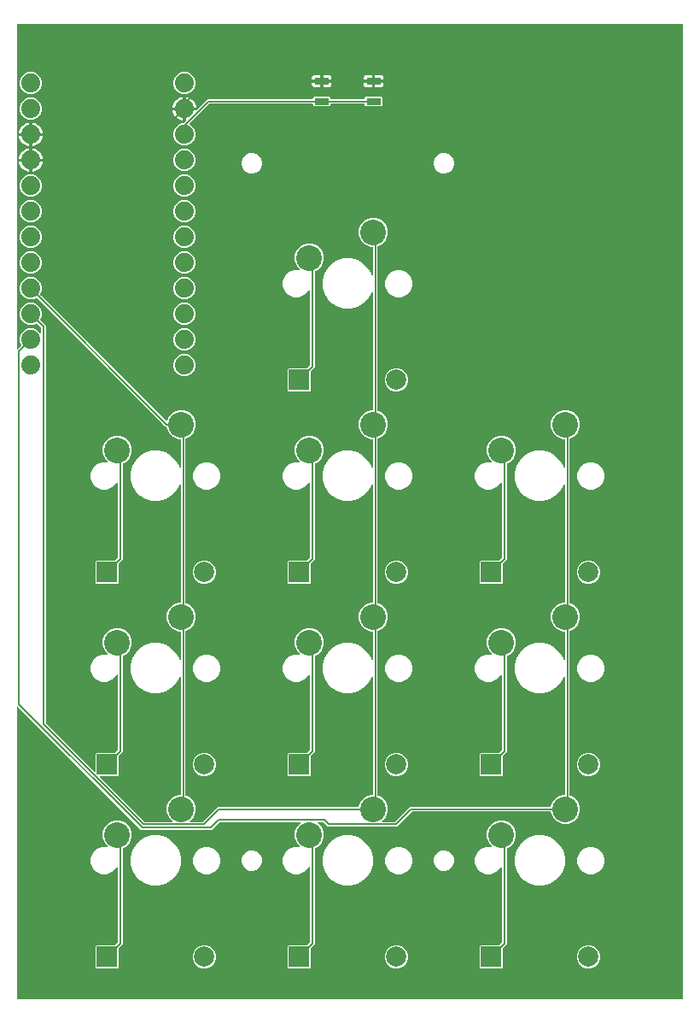
<source format=gbr>
G04 EAGLE Gerber RS-274X export*
G75*
%MOMM*%
%FSLAX34Y34*%
%LPD*%
%INTop Copper*%
%IPPOS*%
%AMOC8*
5,1,8,0,0,1.08239X$1,22.5*%
G01*
%ADD10C,2.540000*%
%ADD11R,2.000000X2.000000*%
%ADD12C,2.000000*%
%ADD13C,1.879600*%
%ADD14R,1.450000X0.700000*%
%ADD15C,0.152400*%

G36*
X522615Y52709D02*
X522615Y52709D01*
X522635Y52707D01*
X522736Y52729D01*
X522838Y52745D01*
X522856Y52755D01*
X522875Y52759D01*
X522964Y52812D01*
X523056Y52861D01*
X523069Y52875D01*
X523086Y52885D01*
X523154Y52964D01*
X523225Y53039D01*
X523233Y53057D01*
X523246Y53072D01*
X523285Y53168D01*
X523329Y53262D01*
X523331Y53282D01*
X523338Y53300D01*
X523357Y53467D01*
X523357Y1017971D01*
X523354Y1017990D01*
X523356Y1018010D01*
X523334Y1018111D01*
X523317Y1018213D01*
X523308Y1018231D01*
X523303Y1018250D01*
X523250Y1018339D01*
X523202Y1018431D01*
X523188Y1018444D01*
X523177Y1018461D01*
X523099Y1018529D01*
X523024Y1018600D01*
X523006Y1018608D01*
X522990Y1018621D01*
X522894Y1018660D01*
X522801Y1018704D01*
X522781Y1018706D01*
X522762Y1018713D01*
X522596Y1018732D01*
X-137033Y1018732D01*
X-137053Y1018729D01*
X-137072Y1018731D01*
X-137174Y1018709D01*
X-137276Y1018692D01*
X-137293Y1018683D01*
X-137313Y1018678D01*
X-137402Y1018625D01*
X-137493Y1018577D01*
X-137507Y1018563D01*
X-137524Y1018552D01*
X-137591Y1018474D01*
X-137663Y1018399D01*
X-137671Y1018381D01*
X-137684Y1018365D01*
X-137723Y1018269D01*
X-137766Y1018176D01*
X-137768Y1018156D01*
X-137776Y1018137D01*
X-137794Y1017971D01*
X-137794Y697540D01*
X-137783Y697469D01*
X-137781Y697398D01*
X-137763Y697349D01*
X-137755Y697297D01*
X-137721Y697234D01*
X-137696Y697167D01*
X-137664Y697126D01*
X-137639Y697080D01*
X-137587Y697030D01*
X-137543Y696974D01*
X-137499Y696946D01*
X-137461Y696910D01*
X-137396Y696880D01*
X-137336Y696841D01*
X-137285Y696829D01*
X-137238Y696807D01*
X-137167Y696799D01*
X-137097Y696781D01*
X-137045Y696785D01*
X-136994Y696780D01*
X-136923Y696795D01*
X-136852Y696801D01*
X-136804Y696821D01*
X-136753Y696832D01*
X-136692Y696869D01*
X-136626Y696897D01*
X-136570Y696942D01*
X-136542Y696958D01*
X-136527Y696976D01*
X-136495Y697002D01*
X-133492Y700005D01*
X-133448Y700066D01*
X-133414Y700101D01*
X-133400Y700131D01*
X-133354Y700193D01*
X-133352Y700199D01*
X-133348Y700204D01*
X-133314Y700316D01*
X-133313Y700319D01*
X-133310Y700324D01*
X-133310Y700328D01*
X-133278Y700427D01*
X-133278Y700433D01*
X-133276Y700439D01*
X-133279Y700556D01*
X-133280Y700673D01*
X-133282Y700680D01*
X-133282Y700685D01*
X-133289Y700703D01*
X-133327Y700834D01*
X-134748Y704265D01*
X-134748Y708610D01*
X-133085Y712625D01*
X-130012Y715697D01*
X-125998Y717360D01*
X-121652Y717360D01*
X-117638Y715697D01*
X-114778Y712837D01*
X-114720Y712796D01*
X-114668Y712746D01*
X-114620Y712724D01*
X-114578Y712694D01*
X-114510Y712673D01*
X-114445Y712643D01*
X-114393Y712637D01*
X-114343Y712621D01*
X-114271Y712623D01*
X-114200Y712615D01*
X-114149Y712626D01*
X-114097Y712628D01*
X-114030Y712652D01*
X-113960Y712668D01*
X-113915Y712694D01*
X-113866Y712712D01*
X-113810Y712757D01*
X-113749Y712794D01*
X-113715Y712833D01*
X-113674Y712866D01*
X-113635Y712926D01*
X-113589Y712981D01*
X-113569Y713029D01*
X-113541Y713073D01*
X-113524Y713142D01*
X-113497Y713209D01*
X-113489Y713280D01*
X-113481Y713311D01*
X-113483Y713335D01*
X-113478Y713376D01*
X-113478Y717942D01*
X-113493Y718032D01*
X-113500Y718123D01*
X-113513Y718152D01*
X-113518Y718184D01*
X-113561Y718265D01*
X-113596Y718349D01*
X-113622Y718381D01*
X-113633Y718402D01*
X-113656Y718424D01*
X-113701Y718480D01*
X-117392Y722171D01*
X-117486Y722238D01*
X-117581Y722309D01*
X-117587Y722311D01*
X-117592Y722314D01*
X-117703Y722348D01*
X-117815Y722385D01*
X-117821Y722385D01*
X-117827Y722387D01*
X-117944Y722384D01*
X-118061Y722382D01*
X-118068Y722380D01*
X-118073Y722380D01*
X-118090Y722374D01*
X-118222Y722336D01*
X-121652Y720915D01*
X-125998Y720915D01*
X-130012Y722578D01*
X-133085Y725650D01*
X-134748Y729665D01*
X-134748Y734010D01*
X-133085Y738025D01*
X-130012Y741097D01*
X-125998Y742760D01*
X-121652Y742760D01*
X-117638Y741097D01*
X-114565Y738025D01*
X-112902Y734010D01*
X-112902Y729665D01*
X-114323Y726234D01*
X-114350Y726121D01*
X-114378Y726007D01*
X-114378Y726001D01*
X-114379Y725995D01*
X-114368Y725878D01*
X-114359Y725762D01*
X-114357Y725756D01*
X-114356Y725750D01*
X-114308Y725642D01*
X-114263Y725536D01*
X-114258Y725530D01*
X-114256Y725525D01*
X-114244Y725511D01*
X-114158Y725405D01*
X-108905Y720151D01*
X-108905Y326771D01*
X-108890Y326681D01*
X-108883Y326590D01*
X-108870Y326560D01*
X-108865Y326528D01*
X-108822Y326448D01*
X-108787Y326364D01*
X-108761Y326332D01*
X-108750Y326311D01*
X-108727Y326289D01*
X-108718Y326277D01*
X-108710Y326265D01*
X-108702Y326258D01*
X-108682Y326233D01*
X-61024Y278575D01*
X-60966Y278533D01*
X-60914Y278484D01*
X-60867Y278462D01*
X-60825Y278432D01*
X-60756Y278410D01*
X-60691Y278380D01*
X-60639Y278374D01*
X-60589Y278359D01*
X-60518Y278361D01*
X-60447Y278353D01*
X-60396Y278364D01*
X-60344Y278366D01*
X-60276Y278390D01*
X-60206Y278405D01*
X-60161Y278432D01*
X-60113Y278450D01*
X-60057Y278495D01*
X-59995Y278532D01*
X-59961Y278571D01*
X-59921Y278604D01*
X-59882Y278664D01*
X-59835Y278718D01*
X-59816Y278767D01*
X-59788Y278811D01*
X-59770Y278880D01*
X-59743Y278947D01*
X-59735Y279018D01*
X-59727Y279049D01*
X-59729Y279072D01*
X-59725Y279113D01*
X-59725Y296382D01*
X-58832Y297275D01*
X-40225Y297275D01*
X-40134Y297289D01*
X-40044Y297297D01*
X-40014Y297309D01*
X-39982Y297314D01*
X-39901Y297357D01*
X-39817Y297393D01*
X-39785Y297419D01*
X-39764Y297430D01*
X-39742Y297453D01*
X-39686Y297498D01*
X-37444Y299740D01*
X-37391Y299814D01*
X-37331Y299884D01*
X-37319Y299914D01*
X-37300Y299940D01*
X-37273Y300027D01*
X-37239Y300112D01*
X-37235Y300153D01*
X-37228Y300175D01*
X-37229Y300207D01*
X-37221Y300279D01*
X-37221Y374468D01*
X-37236Y374564D01*
X-37246Y374661D01*
X-37256Y374685D01*
X-37260Y374711D01*
X-37306Y374797D01*
X-37346Y374886D01*
X-37363Y374905D01*
X-37376Y374928D01*
X-37446Y374995D01*
X-37512Y375067D01*
X-37535Y375080D01*
X-37554Y375098D01*
X-37642Y375139D01*
X-37727Y375186D01*
X-37753Y375190D01*
X-37777Y375201D01*
X-37874Y375212D01*
X-37970Y375229D01*
X-37995Y375225D01*
X-38021Y375228D01*
X-38117Y375208D01*
X-38213Y375194D01*
X-38236Y375182D01*
X-38262Y375176D01*
X-38345Y375126D01*
X-38432Y375082D01*
X-38450Y375063D01*
X-38473Y375050D01*
X-38536Y374976D01*
X-38604Y374906D01*
X-38620Y374878D01*
X-38633Y374863D01*
X-38645Y374832D01*
X-38685Y374759D01*
X-39287Y373307D01*
X-43107Y369487D01*
X-48099Y367419D01*
X-53501Y367419D01*
X-58493Y369487D01*
X-62313Y373307D01*
X-64381Y378299D01*
X-64381Y383701D01*
X-62313Y388693D01*
X-58493Y392513D01*
X-53501Y394581D01*
X-48235Y394581D01*
X-48165Y394592D01*
X-48093Y394594D01*
X-48044Y394612D01*
X-47993Y394620D01*
X-47929Y394654D01*
X-47862Y394679D01*
X-47821Y394711D01*
X-47775Y394736D01*
X-47726Y394788D01*
X-47670Y394832D01*
X-47642Y394876D01*
X-47606Y394914D01*
X-47576Y394979D01*
X-47537Y395039D01*
X-47524Y395090D01*
X-47502Y395137D01*
X-47494Y395208D01*
X-47477Y395278D01*
X-47481Y395330D01*
X-47475Y395381D01*
X-47490Y395452D01*
X-47496Y395523D01*
X-47516Y395571D01*
X-47527Y395622D01*
X-47564Y395683D01*
X-47592Y395749D01*
X-47637Y395805D01*
X-47654Y395833D01*
X-47671Y395848D01*
X-47697Y395880D01*
X-50159Y398342D01*
X-52325Y403571D01*
X-52325Y409229D01*
X-50159Y414458D01*
X-46158Y418459D01*
X-40929Y420625D01*
X-35271Y420625D01*
X-30042Y418459D01*
X-26041Y414458D01*
X-23875Y409229D01*
X-23875Y403571D01*
X-26041Y398342D01*
X-30042Y394341D01*
X-32177Y393457D01*
X-32277Y393395D01*
X-32377Y393335D01*
X-32381Y393330D01*
X-32386Y393327D01*
X-32461Y393237D01*
X-32537Y393148D01*
X-32539Y393142D01*
X-32543Y393137D01*
X-32585Y393029D01*
X-32629Y392920D01*
X-32630Y392912D01*
X-32631Y392908D01*
X-32632Y392890D01*
X-32647Y392753D01*
X-32647Y298069D01*
X-36452Y294264D01*
X-36505Y294190D01*
X-36565Y294120D01*
X-36577Y294090D01*
X-36596Y294064D01*
X-36623Y293977D01*
X-36657Y293892D01*
X-36661Y293851D01*
X-36668Y293829D01*
X-36667Y293797D01*
X-36675Y293725D01*
X-36675Y275118D01*
X-37568Y274225D01*
X-54837Y274225D01*
X-54907Y274214D01*
X-54979Y274212D01*
X-55028Y274194D01*
X-55079Y274186D01*
X-55143Y274152D01*
X-55210Y274127D01*
X-55251Y274095D01*
X-55297Y274070D01*
X-55346Y274018D01*
X-55402Y273974D01*
X-55430Y273930D01*
X-55466Y273892D01*
X-55496Y273827D01*
X-55535Y273767D01*
X-55548Y273716D01*
X-55570Y273669D01*
X-55578Y273598D01*
X-55595Y273528D01*
X-55591Y273476D01*
X-55597Y273425D01*
X-55582Y273354D01*
X-55576Y273283D01*
X-55556Y273235D01*
X-55545Y273184D01*
X-55508Y273123D01*
X-55480Y273057D01*
X-55435Y273001D01*
X-55418Y272973D01*
X-55401Y272958D01*
X-55375Y272926D01*
X-11273Y228824D01*
X-11199Y228771D01*
X-11129Y228711D01*
X-11099Y228699D01*
X-11073Y228680D01*
X-10986Y228653D01*
X-10901Y228619D01*
X-10860Y228615D01*
X-10838Y228608D01*
X-10806Y228609D01*
X-10735Y228601D01*
X16145Y228601D01*
X16215Y228612D01*
X16287Y228614D01*
X16336Y228632D01*
X16387Y228640D01*
X16451Y228674D01*
X16518Y228699D01*
X16559Y228731D01*
X16605Y228756D01*
X16654Y228807D01*
X16710Y228852D01*
X16738Y228896D01*
X16774Y228934D01*
X16804Y228999D01*
X16843Y229059D01*
X16856Y229110D01*
X16878Y229157D01*
X16886Y229228D01*
X16903Y229298D01*
X16899Y229350D01*
X16905Y229401D01*
X16890Y229472D01*
X16884Y229543D01*
X16864Y229591D01*
X16853Y229642D01*
X16816Y229703D01*
X16788Y229769D01*
X16743Y229825D01*
X16726Y229853D01*
X16709Y229868D01*
X16683Y229900D01*
X13341Y233242D01*
X11175Y238471D01*
X11175Y244129D01*
X13341Y249358D01*
X17342Y253359D01*
X22571Y255525D01*
X24318Y255525D01*
X24338Y255528D01*
X24358Y255526D01*
X24459Y255548D01*
X24561Y255564D01*
X24578Y255574D01*
X24598Y255578D01*
X24687Y255631D01*
X24778Y255680D01*
X24792Y255694D01*
X24809Y255704D01*
X24876Y255783D01*
X24948Y255858D01*
X24956Y255876D01*
X24969Y255891D01*
X25008Y255987D01*
X25051Y256081D01*
X25053Y256101D01*
X25061Y256119D01*
X25079Y256286D01*
X25079Y371911D01*
X25075Y371934D01*
X25078Y371958D01*
X25056Y372055D01*
X25040Y372153D01*
X25028Y372175D01*
X25023Y372198D01*
X24971Y372283D01*
X24924Y372371D01*
X24907Y372387D01*
X24894Y372408D01*
X24818Y372472D01*
X24746Y372540D01*
X24724Y372550D01*
X24706Y372566D01*
X24613Y372602D01*
X24523Y372644D01*
X24499Y372646D01*
X24477Y372655D01*
X24377Y372660D01*
X24279Y372671D01*
X24255Y372666D01*
X24231Y372667D01*
X24135Y372640D01*
X24038Y372618D01*
X24018Y372606D01*
X23994Y372600D01*
X23912Y372543D01*
X23827Y372492D01*
X23811Y372474D01*
X23792Y372460D01*
X23732Y372381D01*
X23667Y372305D01*
X23658Y372283D01*
X23644Y372264D01*
X23583Y372108D01*
X23372Y371319D01*
X20070Y365600D01*
X15400Y360930D01*
X9681Y357628D01*
X3302Y355919D01*
X-3302Y355919D01*
X-9681Y357628D01*
X-15400Y360930D01*
X-20070Y365600D01*
X-23372Y371319D01*
X-25081Y377698D01*
X-25081Y384302D01*
X-23372Y390681D01*
X-20070Y396400D01*
X-15400Y401070D01*
X-9681Y404372D01*
X-3302Y406081D01*
X3302Y406081D01*
X9681Y404372D01*
X15400Y401070D01*
X20070Y396400D01*
X23372Y390681D01*
X23583Y389892D01*
X23593Y389871D01*
X23597Y389847D01*
X23643Y389759D01*
X23684Y389668D01*
X23700Y389651D01*
X23712Y389629D01*
X23784Y389561D01*
X23851Y389488D01*
X23873Y389477D01*
X23890Y389460D01*
X23980Y389418D01*
X24067Y389371D01*
X24091Y389367D01*
X24113Y389356D01*
X24212Y389345D01*
X24310Y389328D01*
X24334Y389332D01*
X24358Y389329D01*
X24454Y389350D01*
X24553Y389365D01*
X24574Y389376D01*
X24598Y389382D01*
X24683Y389432D01*
X24772Y389478D01*
X24788Y389495D01*
X24809Y389508D01*
X24874Y389583D01*
X24943Y389655D01*
X24953Y389676D01*
X24969Y389695D01*
X25006Y389787D01*
X25049Y389877D01*
X25052Y389900D01*
X25061Y389923D01*
X25079Y390089D01*
X25079Y416814D01*
X25076Y416834D01*
X25078Y416853D01*
X25056Y416955D01*
X25040Y417057D01*
X25030Y417074D01*
X25026Y417094D01*
X24973Y417183D01*
X24924Y417274D01*
X24910Y417288D01*
X24900Y417305D01*
X24821Y417372D01*
X24746Y417444D01*
X24728Y417452D01*
X24713Y417465D01*
X24617Y417504D01*
X24523Y417547D01*
X24503Y417549D01*
X24485Y417557D01*
X24318Y417575D01*
X22571Y417575D01*
X17342Y419741D01*
X13341Y423742D01*
X11175Y428971D01*
X11175Y434629D01*
X13341Y439858D01*
X17342Y443859D01*
X22571Y446025D01*
X24318Y446025D01*
X24338Y446028D01*
X24358Y446026D01*
X24459Y446048D01*
X24561Y446064D01*
X24578Y446074D01*
X24598Y446078D01*
X24687Y446131D01*
X24778Y446180D01*
X24792Y446194D01*
X24809Y446204D01*
X24876Y446283D01*
X24948Y446358D01*
X24956Y446376D01*
X24969Y446391D01*
X25008Y446487D01*
X25051Y446581D01*
X25053Y446601D01*
X25061Y446619D01*
X25079Y446786D01*
X25079Y562411D01*
X25075Y562434D01*
X25078Y562458D01*
X25056Y562555D01*
X25040Y562653D01*
X25028Y562675D01*
X25023Y562698D01*
X24971Y562783D01*
X24924Y562871D01*
X24907Y562887D01*
X24894Y562908D01*
X24818Y562972D01*
X24746Y563040D01*
X24724Y563050D01*
X24706Y563066D01*
X24613Y563102D01*
X24523Y563144D01*
X24499Y563146D01*
X24477Y563155D01*
X24377Y563160D01*
X24279Y563171D01*
X24255Y563166D01*
X24231Y563167D01*
X24136Y563140D01*
X24038Y563119D01*
X24017Y563106D01*
X23994Y563100D01*
X23913Y563043D01*
X23827Y562992D01*
X23811Y562974D01*
X23792Y562960D01*
X23732Y562881D01*
X23667Y562805D01*
X23658Y562783D01*
X23644Y562764D01*
X23583Y562608D01*
X23372Y561819D01*
X20070Y556100D01*
X15400Y551430D01*
X9681Y548128D01*
X3302Y546419D01*
X-3302Y546419D01*
X-9681Y548128D01*
X-15400Y551430D01*
X-20070Y556100D01*
X-23372Y561819D01*
X-25081Y568198D01*
X-25081Y574802D01*
X-23372Y581181D01*
X-20070Y586900D01*
X-15400Y591570D01*
X-9681Y594872D01*
X-3302Y596581D01*
X3302Y596581D01*
X9681Y594872D01*
X15400Y591570D01*
X20070Y586900D01*
X23372Y581181D01*
X23583Y580392D01*
X23593Y580370D01*
X23597Y580347D01*
X23643Y580259D01*
X23684Y580168D01*
X23700Y580151D01*
X23712Y580129D01*
X23784Y580061D01*
X23851Y579988D01*
X23873Y579977D01*
X23890Y579960D01*
X23980Y579918D01*
X24067Y579871D01*
X24091Y579866D01*
X24113Y579856D01*
X24212Y579845D01*
X24310Y579828D01*
X24334Y579832D01*
X24358Y579829D01*
X24454Y579850D01*
X24553Y579865D01*
X24574Y579876D01*
X24598Y579881D01*
X24683Y579932D01*
X24772Y579978D01*
X24788Y579995D01*
X24809Y580008D01*
X24874Y580083D01*
X24943Y580155D01*
X24953Y580176D01*
X24969Y580195D01*
X25006Y580287D01*
X25049Y580376D01*
X25052Y580400D01*
X25061Y580423D01*
X25079Y580589D01*
X25079Y607314D01*
X25076Y607334D01*
X25078Y607353D01*
X25056Y607455D01*
X25040Y607557D01*
X25030Y607574D01*
X25026Y607594D01*
X24973Y607683D01*
X24924Y607774D01*
X24910Y607788D01*
X24900Y607805D01*
X24821Y607872D01*
X24746Y607944D01*
X24728Y607952D01*
X24713Y607965D01*
X24617Y608004D01*
X24523Y608047D01*
X24503Y608049D01*
X24485Y608057D01*
X24318Y608075D01*
X22571Y608075D01*
X17342Y610241D01*
X13341Y614242D01*
X11145Y619543D01*
X11084Y619643D01*
X11024Y619743D01*
X11019Y619747D01*
X11015Y619752D01*
X10926Y619827D01*
X10837Y619903D01*
X10831Y619905D01*
X10826Y619909D01*
X10718Y619951D01*
X10609Y619995D01*
X10601Y619996D01*
X10596Y619997D01*
X10578Y619998D01*
X10442Y620013D01*
X10165Y620013D01*
X8603Y621576D01*
X-117392Y747571D01*
X-117486Y747638D01*
X-117581Y747709D01*
X-117587Y747711D01*
X-117592Y747714D01*
X-117703Y747748D01*
X-117815Y747785D01*
X-117821Y747785D01*
X-117827Y747787D01*
X-117944Y747784D01*
X-118061Y747782D01*
X-118068Y747780D01*
X-118073Y747780D01*
X-118090Y747774D01*
X-118222Y747736D01*
X-121652Y746315D01*
X-125998Y746315D01*
X-130012Y747978D01*
X-133085Y751050D01*
X-134748Y755065D01*
X-134748Y759410D01*
X-133085Y763425D01*
X-130012Y766497D01*
X-125998Y768160D01*
X-121652Y768160D01*
X-117638Y766497D01*
X-114565Y763425D01*
X-112902Y759410D01*
X-112902Y755065D01*
X-114323Y751634D01*
X-114350Y751521D01*
X-114378Y751407D01*
X-114378Y751401D01*
X-114379Y751395D01*
X-114368Y751278D01*
X-114359Y751162D01*
X-114357Y751156D01*
X-114356Y751150D01*
X-114308Y751042D01*
X-114263Y750936D01*
X-114258Y750930D01*
X-114256Y750925D01*
X-114244Y750911D01*
X-114158Y750805D01*
X10470Y626177D01*
X10507Y626150D01*
X10538Y626116D01*
X10606Y626078D01*
X10669Y626033D01*
X10713Y626020D01*
X10754Y625997D01*
X10830Y625984D01*
X10905Y625961D01*
X10950Y625962D01*
X10996Y625954D01*
X11073Y625965D01*
X11150Y625967D01*
X11194Y625983D01*
X11239Y625990D01*
X11308Y626025D01*
X11381Y626052D01*
X11417Y626080D01*
X11458Y626101D01*
X11513Y626157D01*
X11573Y626205D01*
X11598Y626244D01*
X11630Y626277D01*
X11696Y626397D01*
X11706Y626412D01*
X11708Y626417D01*
X11711Y626424D01*
X13341Y630358D01*
X17342Y634359D01*
X22571Y636525D01*
X28229Y636525D01*
X33458Y634359D01*
X37459Y630358D01*
X39625Y625129D01*
X39625Y619471D01*
X37459Y614242D01*
X33458Y610241D01*
X30123Y608859D01*
X30023Y608798D01*
X29923Y608738D01*
X29919Y608733D01*
X29914Y608730D01*
X29839Y608640D01*
X29763Y608551D01*
X29761Y608545D01*
X29757Y608540D01*
X29715Y608432D01*
X29671Y608323D01*
X29670Y608315D01*
X29669Y608311D01*
X29668Y608292D01*
X29653Y608156D01*
X29653Y445944D01*
X29672Y445829D01*
X29689Y445713D01*
X29692Y445707D01*
X29693Y445701D01*
X29747Y445598D01*
X29800Y445494D01*
X29805Y445489D01*
X29808Y445484D01*
X29892Y445404D01*
X29976Y445321D01*
X29982Y445318D01*
X29986Y445314D01*
X30003Y445307D01*
X30123Y445241D01*
X33458Y443859D01*
X37459Y439858D01*
X39625Y434629D01*
X39625Y428971D01*
X37459Y423742D01*
X33458Y419741D01*
X30123Y418359D01*
X30023Y418298D01*
X29923Y418238D01*
X29919Y418233D01*
X29914Y418230D01*
X29839Y418140D01*
X29763Y418051D01*
X29761Y418045D01*
X29757Y418040D01*
X29715Y417932D01*
X29671Y417823D01*
X29670Y417815D01*
X29669Y417811D01*
X29668Y417792D01*
X29653Y417656D01*
X29653Y255444D01*
X29672Y255329D01*
X29689Y255213D01*
X29692Y255207D01*
X29693Y255201D01*
X29747Y255098D01*
X29800Y254994D01*
X29805Y254989D01*
X29808Y254984D01*
X29892Y254904D01*
X29976Y254821D01*
X29982Y254818D01*
X29986Y254814D01*
X30003Y254807D01*
X30123Y254741D01*
X33458Y253359D01*
X37459Y249358D01*
X39625Y244129D01*
X39625Y238471D01*
X37459Y233242D01*
X34117Y229900D01*
X34075Y229842D01*
X34026Y229790D01*
X34004Y229743D01*
X33974Y229701D01*
X33952Y229632D01*
X33922Y229567D01*
X33916Y229515D01*
X33901Y229465D01*
X33903Y229394D01*
X33895Y229322D01*
X33906Y229272D01*
X33908Y229220D01*
X33932Y229152D01*
X33947Y229082D01*
X33974Y229037D01*
X33992Y228989D01*
X34037Y228932D01*
X34074Y228871D01*
X34113Y228837D01*
X34146Y228796D01*
X34206Y228758D01*
X34260Y228711D01*
X34309Y228692D01*
X34353Y228663D01*
X34422Y228646D01*
X34489Y228619D01*
X34560Y228611D01*
X34591Y228603D01*
X34614Y228605D01*
X34655Y228601D01*
X46441Y228601D01*
X46531Y228615D01*
X46622Y228623D01*
X46651Y228635D01*
X46683Y228640D01*
X46764Y228683D01*
X46848Y228719D01*
X46880Y228745D01*
X46901Y228756D01*
X46923Y228779D01*
X46979Y228824D01*
X61742Y243587D01*
X200942Y243587D01*
X201057Y243606D01*
X201173Y243623D01*
X201178Y243625D01*
X201185Y243626D01*
X201287Y243681D01*
X201392Y243734D01*
X201396Y243739D01*
X201402Y243742D01*
X201482Y243826D01*
X201564Y243910D01*
X201568Y243916D01*
X201571Y243920D01*
X201579Y243937D01*
X201645Y244057D01*
X203841Y249358D01*
X207842Y253359D01*
X213071Y255525D01*
X214818Y255525D01*
X214838Y255528D01*
X214858Y255526D01*
X214959Y255548D01*
X215061Y255564D01*
X215078Y255574D01*
X215098Y255578D01*
X215187Y255631D01*
X215278Y255680D01*
X215292Y255694D01*
X215309Y255704D01*
X215376Y255783D01*
X215448Y255858D01*
X215456Y255876D01*
X215469Y255891D01*
X215508Y255987D01*
X215551Y256081D01*
X215553Y256101D01*
X215561Y256119D01*
X215579Y256286D01*
X215579Y371910D01*
X215575Y371934D01*
X215578Y371958D01*
X215556Y372055D01*
X215540Y372153D01*
X215528Y372174D01*
X215523Y372198D01*
X215471Y372283D01*
X215424Y372371D01*
X215407Y372387D01*
X215394Y372408D01*
X215318Y372472D01*
X215246Y372540D01*
X215224Y372550D01*
X215206Y372566D01*
X215113Y372602D01*
X215023Y372644D01*
X214999Y372646D01*
X214977Y372655D01*
X214877Y372660D01*
X214779Y372671D01*
X214755Y372666D01*
X214731Y372667D01*
X214635Y372640D01*
X214538Y372618D01*
X214518Y372606D01*
X214494Y372600D01*
X214412Y372543D01*
X214327Y372492D01*
X214311Y372474D01*
X214292Y372460D01*
X214232Y372381D01*
X214167Y372305D01*
X214158Y372283D01*
X214144Y372264D01*
X214083Y372108D01*
X213872Y371319D01*
X210570Y365600D01*
X205900Y360930D01*
X200181Y357628D01*
X193802Y355919D01*
X187198Y355919D01*
X180819Y357628D01*
X175100Y360930D01*
X170430Y365600D01*
X167128Y371319D01*
X165419Y377698D01*
X165419Y384302D01*
X167128Y390681D01*
X170430Y396400D01*
X175100Y401070D01*
X180819Y404372D01*
X187198Y406081D01*
X193802Y406081D01*
X200181Y404372D01*
X205900Y401070D01*
X210570Y396400D01*
X213872Y390681D01*
X214083Y389892D01*
X214093Y389871D01*
X214097Y389847D01*
X214143Y389759D01*
X214184Y389668D01*
X214200Y389651D01*
X214212Y389629D01*
X214284Y389561D01*
X214351Y389488D01*
X214372Y389477D01*
X214390Y389460D01*
X214480Y389418D01*
X214567Y389371D01*
X214591Y389367D01*
X214613Y389356D01*
X214712Y389345D01*
X214810Y389328D01*
X214834Y389332D01*
X214858Y389329D01*
X214954Y389350D01*
X215053Y389365D01*
X215074Y389376D01*
X215098Y389382D01*
X215183Y389433D01*
X215272Y389478D01*
X215288Y389495D01*
X215309Y389508D01*
X215374Y389583D01*
X215443Y389655D01*
X215453Y389676D01*
X215469Y389695D01*
X215506Y389787D01*
X215549Y389877D01*
X215552Y389900D01*
X215561Y389923D01*
X215579Y390090D01*
X215579Y416814D01*
X215576Y416834D01*
X215578Y416853D01*
X215556Y416955D01*
X215540Y417057D01*
X215530Y417074D01*
X215526Y417094D01*
X215473Y417183D01*
X215424Y417274D01*
X215410Y417288D01*
X215400Y417305D01*
X215321Y417372D01*
X215246Y417444D01*
X215228Y417452D01*
X215213Y417465D01*
X215117Y417504D01*
X215023Y417547D01*
X215003Y417549D01*
X214985Y417557D01*
X214818Y417575D01*
X213071Y417575D01*
X207842Y419741D01*
X203841Y423742D01*
X201675Y428971D01*
X201675Y434629D01*
X203841Y439858D01*
X207842Y443859D01*
X213071Y446025D01*
X214818Y446025D01*
X214838Y446028D01*
X214858Y446026D01*
X214959Y446048D01*
X215061Y446064D01*
X215078Y446074D01*
X215098Y446078D01*
X215187Y446131D01*
X215278Y446180D01*
X215292Y446194D01*
X215309Y446204D01*
X215376Y446283D01*
X215448Y446358D01*
X215456Y446376D01*
X215469Y446391D01*
X215508Y446487D01*
X215551Y446581D01*
X215553Y446601D01*
X215561Y446619D01*
X215579Y446786D01*
X215579Y562411D01*
X215575Y562434D01*
X215578Y562458D01*
X215556Y562555D01*
X215540Y562653D01*
X215528Y562675D01*
X215523Y562698D01*
X215471Y562783D01*
X215424Y562871D01*
X215407Y562887D01*
X215394Y562908D01*
X215318Y562972D01*
X215246Y563040D01*
X215224Y563050D01*
X215206Y563066D01*
X215113Y563102D01*
X215023Y563144D01*
X214999Y563146D01*
X214977Y563155D01*
X214877Y563160D01*
X214779Y563171D01*
X214755Y563166D01*
X214731Y563167D01*
X214635Y563140D01*
X214538Y563118D01*
X214518Y563106D01*
X214494Y563100D01*
X214412Y563043D01*
X214327Y562992D01*
X214311Y562974D01*
X214292Y562960D01*
X214232Y562881D01*
X214167Y562805D01*
X214158Y562783D01*
X214144Y562764D01*
X214083Y562608D01*
X213872Y561819D01*
X210570Y556100D01*
X205900Y551430D01*
X200181Y548128D01*
X193802Y546419D01*
X187198Y546419D01*
X180819Y548128D01*
X175100Y551430D01*
X170430Y556100D01*
X167128Y561819D01*
X165419Y568198D01*
X165419Y574802D01*
X167128Y581181D01*
X170430Y586900D01*
X175100Y591570D01*
X180819Y594872D01*
X187198Y596581D01*
X193802Y596581D01*
X200181Y594872D01*
X205900Y591570D01*
X210570Y586900D01*
X213872Y581181D01*
X214083Y580392D01*
X214093Y580371D01*
X214097Y580347D01*
X214143Y580259D01*
X214184Y580168D01*
X214200Y580151D01*
X214212Y580129D01*
X214284Y580061D01*
X214351Y579988D01*
X214373Y579977D01*
X214390Y579960D01*
X214480Y579918D01*
X214567Y579871D01*
X214591Y579867D01*
X214613Y579856D01*
X214712Y579845D01*
X214810Y579828D01*
X214834Y579832D01*
X214858Y579829D01*
X214954Y579850D01*
X215053Y579865D01*
X215074Y579876D01*
X215098Y579882D01*
X215183Y579932D01*
X215272Y579978D01*
X215288Y579995D01*
X215309Y580008D01*
X215374Y580083D01*
X215443Y580155D01*
X215453Y580176D01*
X215469Y580195D01*
X215506Y580287D01*
X215549Y580377D01*
X215552Y580400D01*
X215561Y580423D01*
X215579Y580589D01*
X215579Y607314D01*
X215576Y607334D01*
X215578Y607353D01*
X215556Y607455D01*
X215540Y607557D01*
X215530Y607574D01*
X215526Y607594D01*
X215473Y607683D01*
X215424Y607774D01*
X215410Y607788D01*
X215400Y607805D01*
X215321Y607872D01*
X215246Y607944D01*
X215228Y607952D01*
X215213Y607965D01*
X215117Y608004D01*
X215023Y608047D01*
X215003Y608049D01*
X214985Y608057D01*
X214818Y608075D01*
X213071Y608075D01*
X207842Y610241D01*
X203841Y614242D01*
X201675Y619471D01*
X201675Y625129D01*
X203841Y630358D01*
X207842Y634359D01*
X213071Y636525D01*
X214818Y636525D01*
X214838Y636528D01*
X214858Y636526D01*
X214959Y636548D01*
X215061Y636564D01*
X215078Y636574D01*
X215098Y636578D01*
X215187Y636631D01*
X215278Y636680D01*
X215292Y636694D01*
X215309Y636704D01*
X215376Y636783D01*
X215448Y636858D01*
X215456Y636876D01*
X215469Y636891D01*
X215508Y636987D01*
X215551Y637081D01*
X215553Y637101D01*
X215561Y637119D01*
X215579Y637286D01*
X215579Y752911D01*
X215575Y752934D01*
X215578Y752958D01*
X215556Y753055D01*
X215540Y753153D01*
X215528Y753175D01*
X215523Y753198D01*
X215471Y753283D01*
X215424Y753371D01*
X215407Y753387D01*
X215394Y753408D01*
X215318Y753472D01*
X215246Y753540D01*
X215224Y753550D01*
X215206Y753566D01*
X215113Y753602D01*
X215023Y753644D01*
X214999Y753646D01*
X214977Y753655D01*
X214877Y753660D01*
X214779Y753671D01*
X214755Y753666D01*
X214731Y753667D01*
X214635Y753640D01*
X214538Y753618D01*
X214518Y753606D01*
X214494Y753600D01*
X214412Y753543D01*
X214327Y753492D01*
X214311Y753474D01*
X214292Y753460D01*
X214232Y753381D01*
X214167Y753305D01*
X214158Y753283D01*
X214144Y753264D01*
X214083Y753108D01*
X213872Y752319D01*
X210570Y746600D01*
X205900Y741930D01*
X200181Y738628D01*
X193802Y736919D01*
X187198Y736919D01*
X180819Y738628D01*
X175100Y741930D01*
X170430Y746600D01*
X167128Y752319D01*
X165419Y758698D01*
X165419Y765302D01*
X167128Y771681D01*
X170430Y777400D01*
X175100Y782070D01*
X180819Y785372D01*
X187198Y787081D01*
X193802Y787081D01*
X200181Y785372D01*
X205900Y782070D01*
X210570Y777400D01*
X213872Y771681D01*
X214083Y770892D01*
X214093Y770871D01*
X214097Y770847D01*
X214143Y770759D01*
X214184Y770668D01*
X214200Y770651D01*
X214212Y770629D01*
X214284Y770561D01*
X214351Y770488D01*
X214373Y770477D01*
X214390Y770460D01*
X214480Y770418D01*
X214567Y770371D01*
X214591Y770367D01*
X214613Y770356D01*
X214712Y770345D01*
X214810Y770328D01*
X214834Y770332D01*
X214858Y770329D01*
X214954Y770350D01*
X215053Y770365D01*
X215074Y770376D01*
X215098Y770382D01*
X215183Y770432D01*
X215272Y770478D01*
X215288Y770495D01*
X215309Y770508D01*
X215374Y770583D01*
X215443Y770655D01*
X215453Y770676D01*
X215469Y770695D01*
X215506Y770787D01*
X215549Y770877D01*
X215552Y770900D01*
X215561Y770923D01*
X215579Y771089D01*
X215579Y797814D01*
X215576Y797834D01*
X215578Y797853D01*
X215556Y797955D01*
X215540Y798057D01*
X215530Y798074D01*
X215526Y798094D01*
X215473Y798183D01*
X215424Y798274D01*
X215410Y798288D01*
X215400Y798305D01*
X215321Y798372D01*
X215246Y798444D01*
X215228Y798452D01*
X215213Y798465D01*
X215117Y798504D01*
X215023Y798547D01*
X215003Y798549D01*
X214985Y798557D01*
X214818Y798575D01*
X213071Y798575D01*
X207842Y800741D01*
X203841Y804742D01*
X201675Y809971D01*
X201675Y815629D01*
X203841Y820858D01*
X207842Y824859D01*
X213071Y827025D01*
X218729Y827025D01*
X223958Y824859D01*
X227959Y820858D01*
X230125Y815629D01*
X230125Y809971D01*
X227959Y804742D01*
X223958Y800741D01*
X220623Y799359D01*
X220523Y799298D01*
X220423Y799238D01*
X220419Y799233D01*
X220414Y799230D01*
X220339Y799140D01*
X220263Y799051D01*
X220261Y799045D01*
X220257Y799040D01*
X220215Y798932D01*
X220171Y798823D01*
X220170Y798815D01*
X220169Y798811D01*
X220168Y798792D01*
X220153Y798656D01*
X220153Y636444D01*
X220172Y636329D01*
X220189Y636213D01*
X220192Y636207D01*
X220193Y636201D01*
X220247Y636098D01*
X220300Y635994D01*
X220305Y635989D01*
X220308Y635984D01*
X220392Y635904D01*
X220476Y635821D01*
X220482Y635818D01*
X220486Y635814D01*
X220503Y635807D01*
X220623Y635741D01*
X223958Y634359D01*
X227959Y630358D01*
X230125Y625129D01*
X230125Y619471D01*
X227959Y614242D01*
X223958Y610241D01*
X220623Y608859D01*
X220523Y608798D01*
X220423Y608738D01*
X220419Y608733D01*
X220414Y608730D01*
X220339Y608640D01*
X220263Y608551D01*
X220261Y608545D01*
X220257Y608540D01*
X220215Y608432D01*
X220171Y608323D01*
X220170Y608315D01*
X220169Y608311D01*
X220168Y608292D01*
X220153Y608156D01*
X220153Y445944D01*
X220172Y445829D01*
X220189Y445713D01*
X220192Y445707D01*
X220193Y445701D01*
X220247Y445598D01*
X220300Y445494D01*
X220305Y445489D01*
X220308Y445484D01*
X220392Y445404D01*
X220476Y445321D01*
X220482Y445318D01*
X220486Y445314D01*
X220503Y445307D01*
X220623Y445241D01*
X223958Y443859D01*
X227959Y439858D01*
X230125Y434629D01*
X230125Y428971D01*
X227959Y423742D01*
X223958Y419741D01*
X220623Y418359D01*
X220523Y418298D01*
X220423Y418238D01*
X220419Y418233D01*
X220414Y418230D01*
X220339Y418140D01*
X220263Y418051D01*
X220261Y418045D01*
X220257Y418040D01*
X220215Y417932D01*
X220171Y417823D01*
X220170Y417815D01*
X220169Y417811D01*
X220168Y417792D01*
X220153Y417656D01*
X220153Y255444D01*
X220172Y255329D01*
X220189Y255213D01*
X220192Y255207D01*
X220193Y255201D01*
X220247Y255098D01*
X220300Y254994D01*
X220305Y254989D01*
X220308Y254984D01*
X220392Y254904D01*
X220476Y254821D01*
X220482Y254818D01*
X220486Y254814D01*
X220503Y254807D01*
X220623Y254741D01*
X223958Y253359D01*
X227959Y249358D01*
X230125Y244129D01*
X230125Y238471D01*
X227959Y233242D01*
X224617Y229900D01*
X224575Y229842D01*
X224526Y229790D01*
X224504Y229743D01*
X224474Y229701D01*
X224452Y229632D01*
X224422Y229567D01*
X224416Y229515D01*
X224401Y229465D01*
X224403Y229394D01*
X224395Y229322D01*
X224406Y229272D01*
X224408Y229220D01*
X224432Y229152D01*
X224447Y229082D01*
X224474Y229037D01*
X224492Y228989D01*
X224537Y228932D01*
X224574Y228871D01*
X224613Y228837D01*
X224646Y228796D01*
X224706Y228758D01*
X224760Y228711D01*
X224809Y228692D01*
X224853Y228663D01*
X224922Y228646D01*
X224989Y228619D01*
X225060Y228611D01*
X225091Y228603D01*
X225114Y228605D01*
X225155Y228601D01*
X236941Y228601D01*
X237031Y228615D01*
X237122Y228623D01*
X237151Y228635D01*
X237183Y228640D01*
X237264Y228683D01*
X237348Y228719D01*
X237380Y228745D01*
X237401Y228756D01*
X237423Y228779D01*
X237479Y228824D01*
X252242Y243587D01*
X391442Y243587D01*
X391557Y243606D01*
X391673Y243623D01*
X391678Y243625D01*
X391685Y243626D01*
X391787Y243681D01*
X391892Y243734D01*
X391896Y243739D01*
X391902Y243742D01*
X391982Y243826D01*
X392064Y243910D01*
X392068Y243916D01*
X392071Y243920D01*
X392079Y243937D01*
X392145Y244057D01*
X394341Y249358D01*
X398342Y253359D01*
X403571Y255525D01*
X405318Y255525D01*
X405338Y255528D01*
X405358Y255526D01*
X405459Y255548D01*
X405561Y255564D01*
X405578Y255574D01*
X405598Y255578D01*
X405687Y255631D01*
X405778Y255680D01*
X405792Y255694D01*
X405809Y255704D01*
X405876Y255783D01*
X405948Y255858D01*
X405956Y255876D01*
X405969Y255891D01*
X406008Y255987D01*
X406051Y256081D01*
X406053Y256101D01*
X406061Y256119D01*
X406079Y256286D01*
X406079Y371910D01*
X406075Y371934D01*
X406078Y371958D01*
X406056Y372055D01*
X406040Y372153D01*
X406028Y372174D01*
X406023Y372198D01*
X405971Y372283D01*
X405924Y372371D01*
X405907Y372387D01*
X405894Y372408D01*
X405818Y372472D01*
X405746Y372540D01*
X405724Y372550D01*
X405706Y372566D01*
X405613Y372602D01*
X405523Y372644D01*
X405499Y372646D01*
X405477Y372655D01*
X405377Y372660D01*
X405279Y372671D01*
X405255Y372666D01*
X405231Y372667D01*
X405135Y372640D01*
X405038Y372618D01*
X405018Y372606D01*
X404994Y372600D01*
X404912Y372543D01*
X404827Y372492D01*
X404811Y372474D01*
X404792Y372460D01*
X404732Y372381D01*
X404667Y372305D01*
X404658Y372283D01*
X404644Y372264D01*
X404583Y372108D01*
X404372Y371319D01*
X401070Y365600D01*
X396400Y360930D01*
X390681Y357628D01*
X384302Y355919D01*
X377698Y355919D01*
X371319Y357628D01*
X365600Y360930D01*
X360930Y365600D01*
X357628Y371319D01*
X355919Y377698D01*
X355919Y384302D01*
X357628Y390681D01*
X360930Y396400D01*
X365600Y401070D01*
X371319Y404372D01*
X377698Y406081D01*
X384302Y406081D01*
X390681Y404372D01*
X396400Y401070D01*
X401070Y396400D01*
X404372Y390681D01*
X404583Y389892D01*
X404593Y389871D01*
X404597Y389847D01*
X404643Y389759D01*
X404684Y389668D01*
X404700Y389651D01*
X404712Y389629D01*
X404784Y389561D01*
X404851Y389488D01*
X404872Y389477D01*
X404890Y389460D01*
X404980Y389418D01*
X405067Y389371D01*
X405091Y389367D01*
X405113Y389356D01*
X405212Y389345D01*
X405310Y389328D01*
X405334Y389332D01*
X405358Y389329D01*
X405454Y389350D01*
X405553Y389365D01*
X405574Y389376D01*
X405598Y389382D01*
X405683Y389433D01*
X405772Y389478D01*
X405788Y389495D01*
X405809Y389508D01*
X405874Y389583D01*
X405943Y389655D01*
X405953Y389676D01*
X405969Y389695D01*
X406006Y389787D01*
X406049Y389877D01*
X406052Y389900D01*
X406061Y389923D01*
X406079Y390090D01*
X406079Y416814D01*
X406076Y416834D01*
X406078Y416853D01*
X406056Y416955D01*
X406040Y417057D01*
X406030Y417074D01*
X406026Y417094D01*
X405973Y417183D01*
X405924Y417274D01*
X405910Y417288D01*
X405900Y417305D01*
X405821Y417372D01*
X405746Y417444D01*
X405728Y417452D01*
X405713Y417465D01*
X405617Y417504D01*
X405523Y417547D01*
X405503Y417549D01*
X405485Y417557D01*
X405318Y417575D01*
X403571Y417575D01*
X398342Y419741D01*
X394341Y423742D01*
X392175Y428971D01*
X392175Y434629D01*
X394341Y439858D01*
X398342Y443859D01*
X403571Y446025D01*
X405318Y446025D01*
X405338Y446028D01*
X405358Y446026D01*
X405459Y446048D01*
X405561Y446064D01*
X405578Y446074D01*
X405598Y446078D01*
X405687Y446131D01*
X405778Y446180D01*
X405792Y446194D01*
X405809Y446204D01*
X405876Y446283D01*
X405948Y446358D01*
X405956Y446376D01*
X405969Y446391D01*
X406008Y446487D01*
X406051Y446581D01*
X406053Y446601D01*
X406061Y446619D01*
X406079Y446786D01*
X406079Y562411D01*
X406075Y562434D01*
X406078Y562458D01*
X406056Y562555D01*
X406040Y562653D01*
X406028Y562675D01*
X406023Y562698D01*
X405971Y562783D01*
X405924Y562871D01*
X405907Y562887D01*
X405894Y562908D01*
X405818Y562972D01*
X405746Y563040D01*
X405724Y563050D01*
X405706Y563066D01*
X405613Y563102D01*
X405523Y563144D01*
X405499Y563146D01*
X405477Y563155D01*
X405377Y563160D01*
X405279Y563171D01*
X405255Y563166D01*
X405231Y563167D01*
X405136Y563140D01*
X405038Y563119D01*
X405017Y563106D01*
X404994Y563100D01*
X404913Y563043D01*
X404827Y562992D01*
X404811Y562974D01*
X404792Y562960D01*
X404732Y562881D01*
X404667Y562805D01*
X404658Y562783D01*
X404644Y562764D01*
X404583Y562608D01*
X404372Y561819D01*
X401070Y556100D01*
X396400Y551430D01*
X390681Y548128D01*
X384302Y546419D01*
X377698Y546419D01*
X371319Y548128D01*
X365600Y551430D01*
X360930Y556100D01*
X357628Y561819D01*
X355919Y568198D01*
X355919Y574802D01*
X357628Y581181D01*
X360930Y586900D01*
X365600Y591570D01*
X371319Y594872D01*
X377698Y596581D01*
X384302Y596581D01*
X390681Y594872D01*
X396400Y591570D01*
X401070Y586900D01*
X404372Y581181D01*
X404583Y580392D01*
X404593Y580370D01*
X404597Y580347D01*
X404643Y580259D01*
X404684Y580168D01*
X404700Y580151D01*
X404712Y580129D01*
X404784Y580061D01*
X404851Y579988D01*
X404873Y579977D01*
X404890Y579960D01*
X404980Y579918D01*
X405067Y579871D01*
X405091Y579866D01*
X405113Y579856D01*
X405212Y579845D01*
X405310Y579828D01*
X405334Y579832D01*
X405358Y579829D01*
X405454Y579850D01*
X405553Y579865D01*
X405574Y579876D01*
X405598Y579881D01*
X405683Y579932D01*
X405772Y579978D01*
X405788Y579995D01*
X405809Y580008D01*
X405874Y580083D01*
X405943Y580155D01*
X405953Y580176D01*
X405969Y580195D01*
X406006Y580287D01*
X406049Y580376D01*
X406052Y580400D01*
X406061Y580423D01*
X406079Y580589D01*
X406079Y607314D01*
X406076Y607334D01*
X406078Y607353D01*
X406056Y607455D01*
X406040Y607557D01*
X406030Y607574D01*
X406026Y607594D01*
X405973Y607683D01*
X405924Y607774D01*
X405910Y607788D01*
X405900Y607805D01*
X405821Y607872D01*
X405746Y607944D01*
X405728Y607952D01*
X405713Y607965D01*
X405617Y608004D01*
X405523Y608047D01*
X405503Y608049D01*
X405485Y608057D01*
X405318Y608075D01*
X403571Y608075D01*
X398342Y610241D01*
X394341Y614242D01*
X392175Y619471D01*
X392175Y625129D01*
X394341Y630358D01*
X398342Y634359D01*
X403571Y636525D01*
X409229Y636525D01*
X414458Y634359D01*
X418459Y630358D01*
X420625Y625129D01*
X420625Y619471D01*
X418459Y614242D01*
X414458Y610241D01*
X411123Y608859D01*
X411023Y608798D01*
X410923Y608738D01*
X410919Y608733D01*
X410914Y608730D01*
X410839Y608640D01*
X410763Y608551D01*
X410761Y608545D01*
X410757Y608540D01*
X410715Y608432D01*
X410671Y608323D01*
X410670Y608315D01*
X410669Y608311D01*
X410668Y608292D01*
X410653Y608156D01*
X410653Y445944D01*
X410672Y445829D01*
X410689Y445713D01*
X410692Y445707D01*
X410693Y445701D01*
X410747Y445598D01*
X410800Y445494D01*
X410805Y445489D01*
X410808Y445484D01*
X410892Y445404D01*
X410976Y445321D01*
X410982Y445318D01*
X410986Y445314D01*
X411003Y445307D01*
X411123Y445241D01*
X414458Y443859D01*
X418459Y439858D01*
X420625Y434629D01*
X420625Y428971D01*
X418459Y423742D01*
X414458Y419741D01*
X411123Y418359D01*
X411023Y418298D01*
X410923Y418238D01*
X410919Y418233D01*
X410914Y418230D01*
X410839Y418140D01*
X410763Y418051D01*
X410761Y418045D01*
X410757Y418040D01*
X410715Y417932D01*
X410671Y417823D01*
X410670Y417815D01*
X410669Y417811D01*
X410668Y417792D01*
X410653Y417656D01*
X410653Y255444D01*
X410672Y255329D01*
X410689Y255213D01*
X410692Y255207D01*
X410693Y255201D01*
X410747Y255098D01*
X410800Y254994D01*
X410805Y254989D01*
X410808Y254984D01*
X410892Y254904D01*
X410976Y254821D01*
X410982Y254818D01*
X410986Y254814D01*
X411003Y254807D01*
X411123Y254741D01*
X414458Y253359D01*
X418459Y249358D01*
X420625Y244129D01*
X420625Y238471D01*
X418459Y233242D01*
X414458Y229241D01*
X409229Y227075D01*
X403571Y227075D01*
X398342Y229241D01*
X394341Y233242D01*
X392145Y238543D01*
X392084Y238643D01*
X392024Y238743D01*
X392019Y238747D01*
X392015Y238752D01*
X391926Y238827D01*
X391837Y238903D01*
X391831Y238905D01*
X391826Y238909D01*
X391718Y238951D01*
X391609Y238995D01*
X391601Y238996D01*
X391596Y238997D01*
X391578Y238998D01*
X391442Y239013D01*
X254452Y239013D01*
X254362Y238999D01*
X254271Y238991D01*
X254241Y238979D01*
X254209Y238974D01*
X254128Y238931D01*
X254044Y238895D01*
X254012Y238869D01*
X253992Y238858D01*
X253969Y238835D01*
X253913Y238790D01*
X239150Y224027D01*
X170742Y224027D01*
X166393Y228376D01*
X166319Y228429D01*
X166250Y228489D01*
X166220Y228501D01*
X166193Y228520D01*
X166106Y228547D01*
X166022Y228581D01*
X165981Y228585D01*
X165958Y228592D01*
X165926Y228591D01*
X165855Y228599D01*
X161655Y228599D01*
X161585Y228588D01*
X161513Y228586D01*
X161464Y228568D01*
X161413Y228560D01*
X161349Y228526D01*
X161282Y228501D01*
X161241Y228469D01*
X161195Y228444D01*
X161146Y228393D01*
X161090Y228348D01*
X161062Y228304D01*
X161026Y228266D01*
X160996Y228201D01*
X160957Y228141D01*
X160944Y228090D01*
X160922Y228043D01*
X160914Y227972D01*
X160897Y227902D01*
X160901Y227850D01*
X160895Y227799D01*
X160910Y227728D01*
X160916Y227657D01*
X160936Y227609D01*
X160947Y227558D01*
X160984Y227497D01*
X161012Y227431D01*
X161057Y227375D01*
X161074Y227347D01*
X161091Y227332D01*
X161117Y227300D01*
X164459Y223958D01*
X166625Y218729D01*
X166625Y213071D01*
X164459Y207842D01*
X160458Y203841D01*
X158323Y202957D01*
X158223Y202895D01*
X158123Y202835D01*
X158119Y202830D01*
X158114Y202827D01*
X158039Y202737D01*
X157963Y202648D01*
X157961Y202642D01*
X157957Y202637D01*
X157915Y202529D01*
X157871Y202420D01*
X157870Y202412D01*
X157869Y202408D01*
X157868Y202390D01*
X157853Y202253D01*
X157853Y107569D01*
X154048Y103764D01*
X153995Y103690D01*
X153935Y103620D01*
X153923Y103590D01*
X153904Y103564D01*
X153877Y103477D01*
X153843Y103392D01*
X153839Y103351D01*
X153832Y103329D01*
X153833Y103297D01*
X153825Y103226D01*
X153825Y84618D01*
X152932Y83725D01*
X131668Y83725D01*
X130775Y84618D01*
X130775Y105882D01*
X131668Y106775D01*
X150276Y106775D01*
X150366Y106789D01*
X150457Y106797D01*
X150486Y106809D01*
X150518Y106814D01*
X150599Y106857D01*
X150683Y106893D01*
X150715Y106919D01*
X150736Y106930D01*
X150758Y106953D01*
X150814Y106998D01*
X153056Y109240D01*
X153110Y109314D01*
X153169Y109384D01*
X153181Y109414D01*
X153200Y109440D01*
X153227Y109527D01*
X153261Y109612D01*
X153265Y109653D01*
X153272Y109675D01*
X153271Y109707D01*
X153279Y109779D01*
X153279Y183968D01*
X153264Y184064D01*
X153254Y184161D01*
X153244Y184185D01*
X153240Y184211D01*
X153194Y184297D01*
X153154Y184386D01*
X153137Y184405D01*
X153124Y184428D01*
X153054Y184495D01*
X152988Y184567D01*
X152965Y184580D01*
X152946Y184598D01*
X152858Y184639D01*
X152773Y184686D01*
X152747Y184690D01*
X152723Y184701D01*
X152626Y184712D01*
X152530Y184729D01*
X152505Y184726D01*
X152479Y184728D01*
X152384Y184708D01*
X152287Y184694D01*
X152264Y184682D01*
X152238Y184676D01*
X152155Y184626D01*
X152068Y184582D01*
X152050Y184563D01*
X152027Y184550D01*
X151964Y184476D01*
X151896Y184406D01*
X151880Y184378D01*
X151867Y184363D01*
X151855Y184332D01*
X151815Y184259D01*
X151213Y182807D01*
X147393Y178987D01*
X142401Y176919D01*
X136999Y176919D01*
X132007Y178987D01*
X128187Y182807D01*
X126119Y187799D01*
X126119Y193201D01*
X128187Y198193D01*
X132007Y202013D01*
X136999Y204081D01*
X142265Y204081D01*
X142335Y204092D01*
X142407Y204094D01*
X142456Y204112D01*
X142507Y204120D01*
X142571Y204154D01*
X142638Y204179D01*
X142679Y204211D01*
X142725Y204236D01*
X142774Y204288D01*
X142830Y204332D01*
X142858Y204376D01*
X142894Y204414D01*
X142924Y204479D01*
X142963Y204539D01*
X142976Y204590D01*
X142998Y204637D01*
X143006Y204708D01*
X143023Y204778D01*
X143019Y204830D01*
X143025Y204881D01*
X143010Y204952D01*
X143004Y205023D01*
X142984Y205071D01*
X142973Y205122D01*
X142936Y205183D01*
X142908Y205249D01*
X142863Y205305D01*
X142846Y205333D01*
X142829Y205348D01*
X142803Y205380D01*
X140341Y207842D01*
X138175Y213071D01*
X138175Y218729D01*
X140341Y223958D01*
X143683Y227300D01*
X143725Y227358D01*
X143774Y227410D01*
X143796Y227457D01*
X143826Y227499D01*
X143848Y227568D01*
X143878Y227633D01*
X143884Y227685D01*
X143899Y227735D01*
X143897Y227806D01*
X143905Y227878D01*
X143894Y227928D01*
X143892Y227980D01*
X143868Y228048D01*
X143853Y228118D01*
X143826Y228163D01*
X143808Y228211D01*
X143763Y228268D01*
X143726Y228329D01*
X143687Y228363D01*
X143654Y228404D01*
X143594Y228442D01*
X143540Y228489D01*
X143491Y228508D01*
X143447Y228537D01*
X143378Y228554D01*
X143311Y228581D01*
X143240Y228589D01*
X143209Y228597D01*
X143186Y228595D01*
X143145Y228599D01*
X63718Y228599D01*
X63628Y228585D01*
X63537Y228577D01*
X63507Y228565D01*
X63475Y228560D01*
X63394Y228517D01*
X63310Y228481D01*
X63278Y228455D01*
X63258Y228444D01*
X63235Y228421D01*
X63180Y228376D01*
X55782Y220979D01*
X-14207Y220979D01*
X-136233Y343005D01*
X-136495Y343267D01*
X-136553Y343309D01*
X-136605Y343358D01*
X-136652Y343380D01*
X-136694Y343411D01*
X-136763Y343432D01*
X-136828Y343462D01*
X-136880Y343468D01*
X-136930Y343483D01*
X-137001Y343481D01*
X-137072Y343489D01*
X-137123Y343478D01*
X-137175Y343477D01*
X-137243Y343452D01*
X-137313Y343437D01*
X-137358Y343410D01*
X-137406Y343392D01*
X-137462Y343347D01*
X-137524Y343311D01*
X-137558Y343271D01*
X-137598Y343238D01*
X-137637Y343178D01*
X-137684Y343124D01*
X-137703Y343075D01*
X-137731Y343032D01*
X-137749Y342962D01*
X-137776Y342895D01*
X-137784Y342824D01*
X-137792Y342793D01*
X-137790Y342770D01*
X-137794Y342729D01*
X-137794Y53467D01*
X-137791Y53447D01*
X-137793Y53428D01*
X-137771Y53326D01*
X-137755Y53224D01*
X-137745Y53207D01*
X-137741Y53187D01*
X-137688Y53098D01*
X-137639Y53007D01*
X-137625Y52993D01*
X-137615Y52976D01*
X-137536Y52909D01*
X-137461Y52837D01*
X-137443Y52829D01*
X-137428Y52816D01*
X-137332Y52777D01*
X-137238Y52734D01*
X-137218Y52732D01*
X-137200Y52724D01*
X-137033Y52706D01*
X522596Y52706D01*
X522615Y52709D01*
G37*
%LPC*%
G36*
X322168Y274225D02*
X322168Y274225D01*
X321275Y275118D01*
X321275Y296382D01*
X322168Y297275D01*
X340775Y297275D01*
X340866Y297289D01*
X340956Y297297D01*
X340986Y297309D01*
X341018Y297314D01*
X341099Y297357D01*
X341183Y297393D01*
X341215Y297419D01*
X341236Y297430D01*
X341258Y297453D01*
X341314Y297498D01*
X343556Y299740D01*
X343609Y299814D01*
X343669Y299884D01*
X343681Y299914D01*
X343700Y299940D01*
X343727Y300027D01*
X343761Y300112D01*
X343765Y300153D01*
X343772Y300175D01*
X343771Y300207D01*
X343779Y300279D01*
X343779Y374468D01*
X343764Y374564D01*
X343754Y374661D01*
X343744Y374685D01*
X343740Y374711D01*
X343694Y374797D01*
X343654Y374886D01*
X343637Y374905D01*
X343624Y374928D01*
X343554Y374995D01*
X343488Y375067D01*
X343465Y375080D01*
X343446Y375098D01*
X343358Y375139D01*
X343273Y375186D01*
X343247Y375190D01*
X343223Y375201D01*
X343126Y375212D01*
X343030Y375229D01*
X343005Y375225D01*
X342979Y375228D01*
X342883Y375208D01*
X342787Y375194D01*
X342764Y375182D01*
X342738Y375176D01*
X342655Y375126D01*
X342568Y375082D01*
X342550Y375063D01*
X342527Y375050D01*
X342464Y374976D01*
X342396Y374906D01*
X342380Y374878D01*
X342367Y374863D01*
X342355Y374832D01*
X342315Y374759D01*
X341713Y373307D01*
X337893Y369487D01*
X332901Y367419D01*
X327499Y367419D01*
X322507Y369487D01*
X318687Y373307D01*
X316619Y378299D01*
X316619Y383701D01*
X318687Y388693D01*
X322507Y392513D01*
X327499Y394581D01*
X332765Y394581D01*
X332835Y394592D01*
X332907Y394594D01*
X332956Y394612D01*
X333007Y394620D01*
X333071Y394654D01*
X333138Y394679D01*
X333179Y394711D01*
X333225Y394736D01*
X333274Y394788D01*
X333330Y394832D01*
X333358Y394876D01*
X333394Y394914D01*
X333424Y394979D01*
X333463Y395039D01*
X333476Y395090D01*
X333498Y395137D01*
X333506Y395208D01*
X333523Y395278D01*
X333519Y395330D01*
X333525Y395381D01*
X333510Y395452D01*
X333504Y395523D01*
X333484Y395571D01*
X333473Y395622D01*
X333436Y395683D01*
X333408Y395749D01*
X333363Y395805D01*
X333346Y395833D01*
X333329Y395848D01*
X333303Y395880D01*
X330841Y398342D01*
X328675Y403571D01*
X328675Y409229D01*
X330841Y414458D01*
X334842Y418459D01*
X340071Y420625D01*
X345729Y420625D01*
X350958Y418459D01*
X354959Y414458D01*
X357125Y409229D01*
X357125Y403571D01*
X354959Y398342D01*
X350958Y394341D01*
X348823Y393457D01*
X348723Y393395D01*
X348623Y393335D01*
X348619Y393330D01*
X348614Y393327D01*
X348539Y393237D01*
X348463Y393148D01*
X348461Y393142D01*
X348457Y393137D01*
X348415Y393029D01*
X348371Y392920D01*
X348370Y392912D01*
X348369Y392908D01*
X348368Y392890D01*
X348353Y392753D01*
X348353Y298069D01*
X344548Y294264D01*
X344495Y294190D01*
X344435Y294120D01*
X344423Y294090D01*
X344404Y294064D01*
X344377Y293977D01*
X344343Y293892D01*
X344339Y293851D01*
X344332Y293829D01*
X344333Y293797D01*
X344325Y293725D01*
X344325Y275118D01*
X343432Y274225D01*
X322168Y274225D01*
G37*
%LPD*%
%LPC*%
G36*
X131668Y274225D02*
X131668Y274225D01*
X130775Y275118D01*
X130775Y296382D01*
X131668Y297275D01*
X150275Y297275D01*
X150366Y297289D01*
X150456Y297297D01*
X150486Y297309D01*
X150518Y297314D01*
X150599Y297357D01*
X150683Y297393D01*
X150715Y297419D01*
X150736Y297430D01*
X150758Y297453D01*
X150814Y297498D01*
X153056Y299740D01*
X153109Y299814D01*
X153169Y299884D01*
X153181Y299914D01*
X153200Y299940D01*
X153227Y300027D01*
X153261Y300112D01*
X153265Y300153D01*
X153272Y300175D01*
X153271Y300207D01*
X153279Y300279D01*
X153279Y374468D01*
X153264Y374564D01*
X153254Y374661D01*
X153244Y374685D01*
X153240Y374711D01*
X153194Y374797D01*
X153154Y374886D01*
X153137Y374905D01*
X153124Y374928D01*
X153054Y374995D01*
X152988Y375067D01*
X152965Y375080D01*
X152946Y375098D01*
X152858Y375139D01*
X152773Y375186D01*
X152747Y375190D01*
X152723Y375201D01*
X152626Y375212D01*
X152530Y375229D01*
X152505Y375225D01*
X152479Y375228D01*
X152383Y375208D01*
X152287Y375194D01*
X152264Y375182D01*
X152238Y375176D01*
X152155Y375126D01*
X152068Y375082D01*
X152050Y375063D01*
X152027Y375050D01*
X151964Y374976D01*
X151896Y374906D01*
X151880Y374878D01*
X151867Y374863D01*
X151855Y374832D01*
X151815Y374759D01*
X151213Y373307D01*
X147393Y369487D01*
X142401Y367419D01*
X136999Y367419D01*
X132007Y369487D01*
X128187Y373307D01*
X126119Y378299D01*
X126119Y383701D01*
X128187Y388693D01*
X132007Y392513D01*
X136999Y394581D01*
X142265Y394581D01*
X142335Y394592D01*
X142407Y394594D01*
X142456Y394612D01*
X142507Y394620D01*
X142571Y394654D01*
X142638Y394679D01*
X142679Y394711D01*
X142725Y394736D01*
X142774Y394788D01*
X142830Y394832D01*
X142858Y394876D01*
X142894Y394914D01*
X142924Y394979D01*
X142963Y395039D01*
X142976Y395090D01*
X142998Y395137D01*
X143006Y395208D01*
X143023Y395278D01*
X143019Y395330D01*
X143025Y395381D01*
X143010Y395452D01*
X143004Y395523D01*
X142984Y395571D01*
X142973Y395622D01*
X142936Y395683D01*
X142908Y395749D01*
X142863Y395805D01*
X142846Y395833D01*
X142829Y395848D01*
X142803Y395880D01*
X140341Y398342D01*
X138175Y403571D01*
X138175Y409229D01*
X140341Y414458D01*
X144342Y418459D01*
X149571Y420625D01*
X155229Y420625D01*
X160458Y418459D01*
X164459Y414458D01*
X166625Y409229D01*
X166625Y403571D01*
X164459Y398342D01*
X160458Y394341D01*
X158323Y393457D01*
X158223Y393395D01*
X158123Y393335D01*
X158119Y393330D01*
X158114Y393327D01*
X158039Y393237D01*
X157963Y393148D01*
X157961Y393142D01*
X157957Y393137D01*
X157915Y393029D01*
X157871Y392920D01*
X157870Y392912D01*
X157869Y392908D01*
X157868Y392890D01*
X157853Y392753D01*
X157853Y298069D01*
X154048Y294264D01*
X153995Y294190D01*
X153935Y294120D01*
X153923Y294090D01*
X153904Y294064D01*
X153877Y293977D01*
X153843Y293892D01*
X153839Y293851D01*
X153832Y293829D01*
X153833Y293797D01*
X153825Y293725D01*
X153825Y275118D01*
X152932Y274225D01*
X131668Y274225D01*
G37*
%LPD*%
%LPC*%
G36*
X322168Y464725D02*
X322168Y464725D01*
X321275Y465618D01*
X321275Y486882D01*
X322168Y487775D01*
X340775Y487775D01*
X340866Y487789D01*
X340956Y487797D01*
X340986Y487809D01*
X341018Y487814D01*
X341099Y487857D01*
X341183Y487893D01*
X341215Y487919D01*
X341236Y487930D01*
X341258Y487953D01*
X341314Y487998D01*
X343556Y490240D01*
X343609Y490314D01*
X343669Y490384D01*
X343681Y490414D01*
X343700Y490440D01*
X343727Y490527D01*
X343761Y490612D01*
X343765Y490653D01*
X343772Y490675D01*
X343771Y490707D01*
X343779Y490779D01*
X343779Y564968D01*
X343764Y565064D01*
X343754Y565161D01*
X343744Y565185D01*
X343740Y565211D01*
X343694Y565297D01*
X343654Y565386D01*
X343637Y565405D01*
X343624Y565428D01*
X343554Y565495D01*
X343488Y565567D01*
X343465Y565580D01*
X343446Y565598D01*
X343358Y565639D01*
X343273Y565686D01*
X343247Y565690D01*
X343223Y565701D01*
X343126Y565712D01*
X343030Y565729D01*
X343005Y565725D01*
X342979Y565728D01*
X342883Y565708D01*
X342787Y565694D01*
X342764Y565682D01*
X342738Y565676D01*
X342655Y565626D01*
X342568Y565582D01*
X342550Y565563D01*
X342527Y565550D01*
X342464Y565476D01*
X342396Y565406D01*
X342380Y565378D01*
X342367Y565363D01*
X342355Y565332D01*
X342315Y565259D01*
X341713Y563807D01*
X337893Y559987D01*
X332901Y557919D01*
X327499Y557919D01*
X322507Y559987D01*
X318687Y563807D01*
X316619Y568799D01*
X316619Y574201D01*
X318687Y579193D01*
X322507Y583013D01*
X327499Y585081D01*
X332765Y585081D01*
X332835Y585092D01*
X332907Y585094D01*
X332956Y585112D01*
X333007Y585120D01*
X333071Y585154D01*
X333138Y585179D01*
X333179Y585211D01*
X333225Y585236D01*
X333274Y585288D01*
X333330Y585332D01*
X333358Y585376D01*
X333394Y585414D01*
X333424Y585479D01*
X333463Y585539D01*
X333476Y585590D01*
X333498Y585637D01*
X333506Y585708D01*
X333523Y585778D01*
X333519Y585830D01*
X333525Y585881D01*
X333510Y585952D01*
X333504Y586023D01*
X333484Y586071D01*
X333473Y586122D01*
X333436Y586183D01*
X333408Y586249D01*
X333363Y586305D01*
X333346Y586333D01*
X333329Y586348D01*
X333303Y586380D01*
X330841Y588842D01*
X328675Y594071D01*
X328675Y599729D01*
X330841Y604958D01*
X334842Y608959D01*
X340071Y611125D01*
X345729Y611125D01*
X350958Y608959D01*
X354959Y604958D01*
X357125Y599729D01*
X357125Y594071D01*
X354959Y588842D01*
X350958Y584841D01*
X348823Y583957D01*
X348723Y583895D01*
X348623Y583835D01*
X348619Y583830D01*
X348614Y583827D01*
X348539Y583737D01*
X348463Y583648D01*
X348461Y583642D01*
X348457Y583637D01*
X348415Y583529D01*
X348371Y583420D01*
X348370Y583412D01*
X348369Y583408D01*
X348368Y583390D01*
X348353Y583253D01*
X348353Y488569D01*
X344548Y484764D01*
X344495Y484690D01*
X344435Y484620D01*
X344423Y484590D01*
X344404Y484564D01*
X344377Y484477D01*
X344343Y484392D01*
X344339Y484351D01*
X344332Y484329D01*
X344333Y484297D01*
X344325Y484225D01*
X344325Y465618D01*
X343432Y464725D01*
X322168Y464725D01*
G37*
%LPD*%
%LPC*%
G36*
X131668Y655225D02*
X131668Y655225D01*
X130775Y656118D01*
X130775Y677382D01*
X131668Y678275D01*
X150275Y678275D01*
X150366Y678289D01*
X150456Y678297D01*
X150486Y678309D01*
X150518Y678314D01*
X150599Y678357D01*
X150683Y678393D01*
X150715Y678419D01*
X150736Y678430D01*
X150758Y678453D01*
X150814Y678498D01*
X153056Y680740D01*
X153109Y680814D01*
X153169Y680884D01*
X153181Y680914D01*
X153200Y680940D01*
X153227Y681027D01*
X153261Y681112D01*
X153265Y681153D01*
X153272Y681175D01*
X153271Y681207D01*
X153279Y681279D01*
X153279Y755468D01*
X153264Y755564D01*
X153254Y755661D01*
X153244Y755685D01*
X153240Y755711D01*
X153194Y755797D01*
X153154Y755886D01*
X153137Y755905D01*
X153124Y755928D01*
X153054Y755995D01*
X152988Y756067D01*
X152965Y756080D01*
X152946Y756098D01*
X152858Y756139D01*
X152773Y756186D01*
X152747Y756190D01*
X152723Y756201D01*
X152626Y756212D01*
X152530Y756229D01*
X152505Y756226D01*
X152479Y756228D01*
X152384Y756208D01*
X152287Y756194D01*
X152264Y756182D01*
X152238Y756176D01*
X152155Y756126D01*
X152068Y756082D01*
X152050Y756063D01*
X152027Y756050D01*
X151964Y755976D01*
X151896Y755906D01*
X151880Y755878D01*
X151867Y755863D01*
X151855Y755832D01*
X151815Y755759D01*
X151213Y754307D01*
X147393Y750487D01*
X142401Y748419D01*
X136999Y748419D01*
X132007Y750487D01*
X128187Y754307D01*
X126119Y759299D01*
X126119Y764701D01*
X128187Y769693D01*
X132007Y773513D01*
X136999Y775581D01*
X142265Y775581D01*
X142335Y775592D01*
X142407Y775594D01*
X142456Y775612D01*
X142507Y775620D01*
X142571Y775654D01*
X142638Y775679D01*
X142679Y775711D01*
X142725Y775736D01*
X142774Y775788D01*
X142830Y775832D01*
X142858Y775876D01*
X142894Y775914D01*
X142924Y775979D01*
X142963Y776039D01*
X142976Y776090D01*
X142998Y776137D01*
X143006Y776208D01*
X143023Y776278D01*
X143019Y776330D01*
X143025Y776381D01*
X143010Y776452D01*
X143004Y776523D01*
X142984Y776571D01*
X142973Y776622D01*
X142936Y776683D01*
X142908Y776749D01*
X142863Y776805D01*
X142846Y776833D01*
X142829Y776848D01*
X142803Y776880D01*
X140341Y779342D01*
X138175Y784571D01*
X138175Y790229D01*
X140341Y795458D01*
X144342Y799459D01*
X149571Y801625D01*
X155229Y801625D01*
X160458Y799459D01*
X164459Y795458D01*
X166625Y790229D01*
X166625Y784571D01*
X164459Y779342D01*
X160458Y775341D01*
X158323Y774457D01*
X158223Y774395D01*
X158123Y774335D01*
X158119Y774330D01*
X158114Y774327D01*
X158039Y774237D01*
X157963Y774148D01*
X157961Y774142D01*
X157957Y774137D01*
X157915Y774029D01*
X157871Y773920D01*
X157870Y773912D01*
X157869Y773908D01*
X157868Y773890D01*
X157853Y773753D01*
X157853Y679069D01*
X154048Y675264D01*
X153995Y675190D01*
X153935Y675120D01*
X153923Y675090D01*
X153904Y675064D01*
X153877Y674977D01*
X153843Y674892D01*
X153839Y674851D01*
X153832Y674829D01*
X153833Y674797D01*
X153825Y674725D01*
X153825Y656118D01*
X152932Y655225D01*
X131668Y655225D01*
G37*
%LPD*%
%LPC*%
G36*
X322168Y83725D02*
X322168Y83725D01*
X321275Y84618D01*
X321275Y105882D01*
X322168Y106775D01*
X340775Y106775D01*
X340866Y106789D01*
X340956Y106797D01*
X340986Y106809D01*
X341018Y106814D01*
X341099Y106857D01*
X341183Y106893D01*
X341215Y106919D01*
X341236Y106930D01*
X341258Y106953D01*
X341314Y106998D01*
X343556Y109240D01*
X343609Y109314D01*
X343669Y109384D01*
X343681Y109414D01*
X343700Y109440D01*
X343727Y109527D01*
X343761Y109612D01*
X343765Y109653D01*
X343772Y109675D01*
X343771Y109707D01*
X343779Y109779D01*
X343779Y183968D01*
X343764Y184064D01*
X343754Y184161D01*
X343744Y184185D01*
X343740Y184211D01*
X343694Y184297D01*
X343654Y184386D01*
X343637Y184405D01*
X343624Y184428D01*
X343554Y184495D01*
X343488Y184567D01*
X343465Y184580D01*
X343446Y184598D01*
X343358Y184639D01*
X343273Y184686D01*
X343247Y184690D01*
X343223Y184701D01*
X343126Y184712D01*
X343030Y184729D01*
X343005Y184726D01*
X342979Y184728D01*
X342884Y184708D01*
X342787Y184694D01*
X342764Y184682D01*
X342738Y184676D01*
X342655Y184626D01*
X342568Y184582D01*
X342550Y184563D01*
X342527Y184550D01*
X342464Y184476D01*
X342396Y184406D01*
X342380Y184378D01*
X342367Y184363D01*
X342355Y184332D01*
X342315Y184259D01*
X341713Y182807D01*
X337893Y178987D01*
X332901Y176919D01*
X327499Y176919D01*
X322507Y178987D01*
X318687Y182807D01*
X316619Y187799D01*
X316619Y193201D01*
X318687Y198193D01*
X322507Y202013D01*
X327499Y204081D01*
X332765Y204081D01*
X332835Y204092D01*
X332907Y204094D01*
X332956Y204112D01*
X333007Y204120D01*
X333071Y204154D01*
X333138Y204179D01*
X333179Y204211D01*
X333225Y204236D01*
X333274Y204288D01*
X333330Y204332D01*
X333358Y204376D01*
X333394Y204414D01*
X333424Y204479D01*
X333463Y204539D01*
X333476Y204590D01*
X333498Y204637D01*
X333506Y204708D01*
X333523Y204778D01*
X333519Y204830D01*
X333525Y204881D01*
X333510Y204952D01*
X333504Y205023D01*
X333484Y205071D01*
X333473Y205122D01*
X333436Y205183D01*
X333408Y205249D01*
X333363Y205305D01*
X333346Y205333D01*
X333329Y205348D01*
X333303Y205380D01*
X330841Y207842D01*
X328675Y213071D01*
X328675Y218729D01*
X330841Y223958D01*
X334842Y227959D01*
X340071Y230125D01*
X345729Y230125D01*
X350958Y227959D01*
X354959Y223958D01*
X357125Y218729D01*
X357125Y213071D01*
X354959Y207842D01*
X350958Y203841D01*
X348823Y202957D01*
X348723Y202895D01*
X348623Y202835D01*
X348619Y202830D01*
X348614Y202827D01*
X348539Y202737D01*
X348463Y202648D01*
X348461Y202642D01*
X348457Y202637D01*
X348415Y202529D01*
X348371Y202420D01*
X348370Y202412D01*
X348369Y202408D01*
X348368Y202390D01*
X348353Y202253D01*
X348353Y107569D01*
X344548Y103764D01*
X344495Y103690D01*
X344435Y103620D01*
X344423Y103590D01*
X344404Y103564D01*
X344377Y103477D01*
X344343Y103392D01*
X344339Y103351D01*
X344332Y103329D01*
X344333Y103297D01*
X344325Y103225D01*
X344325Y84618D01*
X343432Y83725D01*
X322168Y83725D01*
G37*
%LPD*%
%LPC*%
G36*
X131668Y464725D02*
X131668Y464725D01*
X130775Y465618D01*
X130775Y486882D01*
X131668Y487775D01*
X150275Y487775D01*
X150366Y487789D01*
X150456Y487797D01*
X150486Y487809D01*
X150518Y487814D01*
X150599Y487857D01*
X150683Y487893D01*
X150715Y487919D01*
X150736Y487930D01*
X150758Y487953D01*
X150814Y487998D01*
X153056Y490240D01*
X153109Y490314D01*
X153169Y490384D01*
X153181Y490414D01*
X153200Y490440D01*
X153227Y490527D01*
X153261Y490612D01*
X153265Y490653D01*
X153272Y490675D01*
X153271Y490707D01*
X153279Y490779D01*
X153279Y564968D01*
X153264Y565064D01*
X153254Y565161D01*
X153244Y565185D01*
X153240Y565211D01*
X153194Y565297D01*
X153154Y565386D01*
X153137Y565405D01*
X153124Y565428D01*
X153054Y565495D01*
X152988Y565567D01*
X152965Y565580D01*
X152946Y565598D01*
X152858Y565639D01*
X152773Y565686D01*
X152747Y565690D01*
X152723Y565701D01*
X152626Y565712D01*
X152530Y565729D01*
X152505Y565726D01*
X152479Y565728D01*
X152384Y565708D01*
X152287Y565694D01*
X152264Y565682D01*
X152238Y565676D01*
X152155Y565626D01*
X152068Y565582D01*
X152050Y565563D01*
X152027Y565550D01*
X151964Y565476D01*
X151896Y565406D01*
X151880Y565378D01*
X151867Y565363D01*
X151855Y565332D01*
X151815Y565259D01*
X151213Y563807D01*
X147393Y559987D01*
X142401Y557919D01*
X136999Y557919D01*
X132007Y559987D01*
X128187Y563807D01*
X126119Y568799D01*
X126119Y574201D01*
X128187Y579193D01*
X132007Y583013D01*
X136999Y585081D01*
X142265Y585081D01*
X142335Y585092D01*
X142407Y585094D01*
X142456Y585112D01*
X142507Y585120D01*
X142571Y585154D01*
X142638Y585179D01*
X142679Y585211D01*
X142725Y585236D01*
X142774Y585288D01*
X142830Y585332D01*
X142858Y585376D01*
X142894Y585414D01*
X142924Y585479D01*
X142963Y585539D01*
X142976Y585590D01*
X142998Y585637D01*
X143006Y585708D01*
X143023Y585778D01*
X143019Y585830D01*
X143025Y585881D01*
X143010Y585952D01*
X143004Y586023D01*
X142984Y586071D01*
X142973Y586122D01*
X142936Y586183D01*
X142908Y586249D01*
X142863Y586305D01*
X142846Y586333D01*
X142829Y586348D01*
X142803Y586380D01*
X140341Y588842D01*
X138175Y594071D01*
X138175Y599729D01*
X140341Y604958D01*
X144342Y608959D01*
X149571Y611125D01*
X155229Y611125D01*
X160458Y608959D01*
X164459Y604958D01*
X166625Y599729D01*
X166625Y594071D01*
X164459Y588842D01*
X160458Y584841D01*
X158323Y583957D01*
X158223Y583895D01*
X158123Y583835D01*
X158119Y583830D01*
X158114Y583827D01*
X158039Y583737D01*
X157963Y583648D01*
X157961Y583642D01*
X157957Y583637D01*
X157915Y583529D01*
X157871Y583420D01*
X157870Y583412D01*
X157869Y583408D01*
X157868Y583390D01*
X157853Y583253D01*
X157853Y488569D01*
X154048Y484764D01*
X153995Y484690D01*
X153935Y484620D01*
X153923Y484590D01*
X153904Y484564D01*
X153877Y484477D01*
X153843Y484392D01*
X153839Y484351D01*
X153832Y484329D01*
X153833Y484297D01*
X153825Y484225D01*
X153825Y465618D01*
X152932Y464725D01*
X131668Y464725D01*
G37*
%LPD*%
%LPC*%
G36*
X-58832Y464725D02*
X-58832Y464725D01*
X-59725Y465618D01*
X-59725Y486882D01*
X-58832Y487775D01*
X-40225Y487775D01*
X-40134Y487789D01*
X-40044Y487797D01*
X-40014Y487809D01*
X-39982Y487814D01*
X-39901Y487857D01*
X-39817Y487893D01*
X-39785Y487919D01*
X-39764Y487930D01*
X-39742Y487953D01*
X-39686Y487998D01*
X-37444Y490240D01*
X-37391Y490314D01*
X-37331Y490384D01*
X-37319Y490414D01*
X-37300Y490440D01*
X-37273Y490527D01*
X-37239Y490612D01*
X-37235Y490653D01*
X-37228Y490675D01*
X-37229Y490707D01*
X-37221Y490779D01*
X-37221Y564968D01*
X-37236Y565064D01*
X-37246Y565161D01*
X-37256Y565185D01*
X-37260Y565211D01*
X-37306Y565297D01*
X-37346Y565386D01*
X-37363Y565405D01*
X-37376Y565428D01*
X-37446Y565495D01*
X-37512Y565567D01*
X-37535Y565580D01*
X-37554Y565598D01*
X-37642Y565639D01*
X-37727Y565686D01*
X-37753Y565690D01*
X-37777Y565701D01*
X-37874Y565712D01*
X-37970Y565729D01*
X-37995Y565726D01*
X-38021Y565728D01*
X-38116Y565708D01*
X-38213Y565694D01*
X-38236Y565682D01*
X-38262Y565676D01*
X-38345Y565626D01*
X-38432Y565582D01*
X-38450Y565563D01*
X-38473Y565550D01*
X-38536Y565476D01*
X-38604Y565406D01*
X-38620Y565378D01*
X-38633Y565363D01*
X-38645Y565332D01*
X-38685Y565259D01*
X-39287Y563807D01*
X-43107Y559987D01*
X-48099Y557919D01*
X-53501Y557919D01*
X-58493Y559987D01*
X-62313Y563807D01*
X-64381Y568799D01*
X-64381Y574201D01*
X-62313Y579193D01*
X-58493Y583013D01*
X-53501Y585081D01*
X-48235Y585081D01*
X-48165Y585092D01*
X-48093Y585094D01*
X-48044Y585112D01*
X-47993Y585120D01*
X-47929Y585154D01*
X-47862Y585179D01*
X-47821Y585211D01*
X-47775Y585236D01*
X-47726Y585288D01*
X-47670Y585332D01*
X-47642Y585376D01*
X-47606Y585414D01*
X-47576Y585479D01*
X-47537Y585539D01*
X-47524Y585590D01*
X-47502Y585637D01*
X-47494Y585708D01*
X-47477Y585778D01*
X-47481Y585830D01*
X-47475Y585881D01*
X-47490Y585952D01*
X-47496Y586023D01*
X-47516Y586071D01*
X-47527Y586122D01*
X-47564Y586183D01*
X-47592Y586249D01*
X-47637Y586305D01*
X-47654Y586333D01*
X-47671Y586348D01*
X-47697Y586380D01*
X-50159Y588842D01*
X-52325Y594071D01*
X-52325Y599729D01*
X-50159Y604958D01*
X-46158Y608959D01*
X-40929Y611125D01*
X-35271Y611125D01*
X-30042Y608959D01*
X-26041Y604958D01*
X-23875Y599729D01*
X-23875Y594071D01*
X-26041Y588842D01*
X-30042Y584841D01*
X-32177Y583957D01*
X-32277Y583895D01*
X-32377Y583835D01*
X-32381Y583830D01*
X-32386Y583827D01*
X-32461Y583737D01*
X-32537Y583648D01*
X-32539Y583642D01*
X-32543Y583637D01*
X-32585Y583529D01*
X-32629Y583420D01*
X-32630Y583412D01*
X-32631Y583408D01*
X-32632Y583390D01*
X-32647Y583253D01*
X-32647Y488569D01*
X-36452Y484764D01*
X-36505Y484690D01*
X-36565Y484620D01*
X-36577Y484590D01*
X-36596Y484564D01*
X-36623Y484477D01*
X-36657Y484392D01*
X-36661Y484351D01*
X-36668Y484329D01*
X-36667Y484297D01*
X-36675Y484225D01*
X-36675Y465618D01*
X-37568Y464725D01*
X-58832Y464725D01*
G37*
%LPD*%
%LPC*%
G36*
X-58832Y83725D02*
X-58832Y83725D01*
X-59725Y84618D01*
X-59725Y105882D01*
X-58832Y106775D01*
X-40224Y106775D01*
X-40134Y106789D01*
X-40043Y106797D01*
X-40014Y106809D01*
X-39982Y106814D01*
X-39901Y106857D01*
X-39817Y106893D01*
X-39785Y106919D01*
X-39764Y106930D01*
X-39742Y106953D01*
X-39686Y106998D01*
X-37444Y109240D01*
X-37390Y109314D01*
X-37331Y109384D01*
X-37319Y109414D01*
X-37300Y109440D01*
X-37273Y109527D01*
X-37239Y109612D01*
X-37235Y109653D01*
X-37228Y109675D01*
X-37229Y109707D01*
X-37221Y109779D01*
X-37221Y183968D01*
X-37236Y184064D01*
X-37246Y184161D01*
X-37256Y184185D01*
X-37260Y184211D01*
X-37306Y184297D01*
X-37346Y184386D01*
X-37363Y184405D01*
X-37376Y184428D01*
X-37446Y184495D01*
X-37512Y184567D01*
X-37535Y184580D01*
X-37554Y184598D01*
X-37642Y184639D01*
X-37727Y184686D01*
X-37753Y184690D01*
X-37777Y184701D01*
X-37874Y184712D01*
X-37970Y184729D01*
X-37995Y184726D01*
X-38021Y184728D01*
X-38116Y184708D01*
X-38213Y184694D01*
X-38236Y184682D01*
X-38262Y184676D01*
X-38345Y184626D01*
X-38432Y184582D01*
X-38450Y184563D01*
X-38473Y184550D01*
X-38536Y184476D01*
X-38604Y184406D01*
X-38620Y184378D01*
X-38633Y184363D01*
X-38645Y184332D01*
X-38685Y184259D01*
X-39287Y182807D01*
X-43107Y178987D01*
X-48099Y176919D01*
X-53501Y176919D01*
X-58493Y178987D01*
X-62313Y182807D01*
X-64381Y187799D01*
X-64381Y193201D01*
X-62313Y198193D01*
X-58493Y202013D01*
X-53501Y204081D01*
X-48235Y204081D01*
X-48165Y204092D01*
X-48093Y204094D01*
X-48044Y204112D01*
X-47993Y204120D01*
X-47929Y204154D01*
X-47862Y204179D01*
X-47821Y204211D01*
X-47775Y204236D01*
X-47726Y204288D01*
X-47670Y204332D01*
X-47642Y204376D01*
X-47606Y204414D01*
X-47576Y204479D01*
X-47537Y204539D01*
X-47524Y204590D01*
X-47502Y204637D01*
X-47494Y204708D01*
X-47477Y204778D01*
X-47481Y204830D01*
X-47475Y204881D01*
X-47490Y204952D01*
X-47496Y205023D01*
X-47516Y205071D01*
X-47527Y205122D01*
X-47564Y205183D01*
X-47592Y205249D01*
X-47637Y205305D01*
X-47654Y205333D01*
X-47671Y205348D01*
X-47697Y205380D01*
X-50159Y207842D01*
X-52325Y213071D01*
X-52325Y218729D01*
X-50159Y223958D01*
X-46158Y227959D01*
X-40929Y230125D01*
X-35271Y230125D01*
X-30042Y227959D01*
X-26041Y223958D01*
X-23875Y218729D01*
X-23875Y213071D01*
X-26041Y207842D01*
X-30042Y203841D01*
X-32177Y202957D01*
X-32277Y202895D01*
X-32377Y202835D01*
X-32381Y202830D01*
X-32386Y202827D01*
X-32461Y202737D01*
X-32537Y202648D01*
X-32539Y202642D01*
X-32543Y202637D01*
X-32585Y202529D01*
X-32629Y202420D01*
X-32630Y202412D01*
X-32631Y202408D01*
X-32632Y202390D01*
X-32647Y202253D01*
X-32647Y107569D01*
X-36452Y103764D01*
X-36505Y103690D01*
X-36565Y103620D01*
X-36577Y103590D01*
X-36596Y103564D01*
X-36623Y103477D01*
X-36657Y103392D01*
X-36661Y103351D01*
X-36668Y103329D01*
X-36667Y103297D01*
X-36675Y103226D01*
X-36675Y84618D01*
X-37568Y83725D01*
X-58832Y83725D01*
G37*
%LPD*%
%LPC*%
G36*
X187198Y165419D02*
X187198Y165419D01*
X180819Y167128D01*
X175100Y170430D01*
X170430Y175100D01*
X167128Y180819D01*
X165419Y187198D01*
X165419Y193802D01*
X167128Y200181D01*
X170430Y205900D01*
X175100Y210570D01*
X180819Y213872D01*
X187198Y215581D01*
X193802Y215581D01*
X200181Y213872D01*
X205900Y210570D01*
X210570Y205900D01*
X213872Y200181D01*
X215581Y193802D01*
X215581Y187198D01*
X213872Y180819D01*
X210570Y175100D01*
X205900Y170430D01*
X200181Y167128D01*
X193802Y165419D01*
X187198Y165419D01*
G37*
%LPD*%
%LPC*%
G36*
X377698Y165419D02*
X377698Y165419D01*
X371319Y167128D01*
X365600Y170430D01*
X360930Y175100D01*
X357628Y180819D01*
X355919Y187198D01*
X355919Y193802D01*
X357628Y200181D01*
X360930Y205900D01*
X365600Y210570D01*
X371319Y213872D01*
X377698Y215581D01*
X384302Y215581D01*
X390681Y213872D01*
X396400Y210570D01*
X401070Y205900D01*
X404372Y200181D01*
X406081Y193802D01*
X406081Y187198D01*
X404372Y180819D01*
X401070Y175100D01*
X396400Y170430D01*
X390681Y167128D01*
X384302Y165419D01*
X377698Y165419D01*
G37*
%LPD*%
%LPC*%
G36*
X-3302Y165419D02*
X-3302Y165419D01*
X-9681Y167128D01*
X-15400Y170430D01*
X-20070Y175100D01*
X-23372Y180819D01*
X-25081Y187198D01*
X-25081Y193802D01*
X-23372Y200181D01*
X-20070Y205900D01*
X-15400Y210570D01*
X-9681Y213872D01*
X-3302Y215581D01*
X3302Y215581D01*
X9681Y213872D01*
X15400Y210570D01*
X20070Y205900D01*
X23372Y200181D01*
X25081Y193802D01*
X25081Y187198D01*
X23372Y180819D01*
X20070Y175100D01*
X15400Y170430D01*
X9681Y167128D01*
X3302Y165419D01*
X-3302Y165419D01*
G37*
%LPD*%
%LPC*%
G36*
X26402Y898715D02*
X26402Y898715D01*
X22388Y900378D01*
X19315Y903450D01*
X17652Y907465D01*
X17652Y911810D01*
X19315Y915825D01*
X22388Y918897D01*
X26402Y920560D01*
X27072Y920560D01*
X27162Y920575D01*
X27253Y920582D01*
X27283Y920595D01*
X27315Y920600D01*
X27395Y920643D01*
X27480Y920678D01*
X27512Y920704D01*
X27532Y920715D01*
X27554Y920738D01*
X27611Y920783D01*
X27851Y921024D01*
X29875Y923048D01*
X29919Y923108D01*
X29956Y923148D01*
X29962Y923162D01*
X29988Y923191D01*
X30000Y923222D01*
X30019Y923248D01*
X30046Y923335D01*
X30080Y923420D01*
X30084Y923460D01*
X30091Y923483D01*
X30090Y923515D01*
X30098Y923586D01*
X30098Y933514D01*
X40026Y933514D01*
X40116Y933529D01*
X40207Y933536D01*
X40237Y933549D01*
X40269Y933554D01*
X40350Y933597D01*
X40434Y933632D01*
X40466Y933658D01*
X40486Y933669D01*
X40509Y933692D01*
X40564Y933737D01*
X51614Y944787D01*
X155264Y944787D01*
X155284Y944790D01*
X155303Y944788D01*
X155405Y944810D01*
X155507Y944826D01*
X155524Y944836D01*
X155544Y944840D01*
X155633Y944893D01*
X155724Y944942D01*
X155738Y944956D01*
X155755Y944966D01*
X155822Y945045D01*
X155894Y945120D01*
X155902Y945138D01*
X155915Y945153D01*
X155954Y945249D01*
X155997Y945343D01*
X155999Y945363D01*
X156007Y945381D01*
X156025Y945548D01*
X156025Y946632D01*
X156918Y947525D01*
X172682Y947525D01*
X173575Y946632D01*
X173575Y945548D01*
X173578Y945528D01*
X173576Y945509D01*
X173598Y945407D01*
X173614Y945305D01*
X173624Y945288D01*
X173628Y945268D01*
X173681Y945179D01*
X173730Y945088D01*
X173744Y945074D01*
X173754Y945057D01*
X173833Y944990D01*
X173908Y944918D01*
X173926Y944910D01*
X173941Y944897D01*
X174037Y944858D01*
X174131Y944815D01*
X174151Y944813D01*
X174169Y944805D01*
X174336Y944787D01*
X206664Y944787D01*
X206684Y944790D01*
X206703Y944788D01*
X206805Y944810D01*
X206907Y944826D01*
X206924Y944836D01*
X206944Y944840D01*
X207033Y944893D01*
X207124Y944942D01*
X207138Y944956D01*
X207155Y944966D01*
X207222Y945045D01*
X207294Y945120D01*
X207302Y945138D01*
X207315Y945153D01*
X207354Y945249D01*
X207397Y945343D01*
X207399Y945363D01*
X207407Y945381D01*
X207425Y945548D01*
X207425Y946632D01*
X208318Y947525D01*
X224082Y947525D01*
X224975Y946632D01*
X224975Y938368D01*
X224082Y937475D01*
X208318Y937475D01*
X207425Y938368D01*
X207425Y939452D01*
X207422Y939472D01*
X207424Y939491D01*
X207402Y939593D01*
X207386Y939695D01*
X207376Y939712D01*
X207372Y939732D01*
X207319Y939821D01*
X207270Y939912D01*
X207256Y939926D01*
X207246Y939943D01*
X207167Y940010D01*
X207092Y940082D01*
X207074Y940090D01*
X207059Y940103D01*
X206963Y940142D01*
X206869Y940185D01*
X206849Y940187D01*
X206831Y940195D01*
X206664Y940213D01*
X174336Y940213D01*
X174316Y940210D01*
X174297Y940212D01*
X174195Y940190D01*
X174093Y940174D01*
X174076Y940164D01*
X174056Y940160D01*
X173967Y940107D01*
X173876Y940058D01*
X173862Y940044D01*
X173845Y940034D01*
X173778Y939955D01*
X173706Y939880D01*
X173698Y939862D01*
X173685Y939847D01*
X173646Y939751D01*
X173603Y939657D01*
X173601Y939637D01*
X173593Y939619D01*
X173575Y939452D01*
X173575Y938368D01*
X172682Y937475D01*
X156918Y937475D01*
X156025Y938368D01*
X156025Y939452D01*
X156022Y939472D01*
X156024Y939491D01*
X156002Y939593D01*
X155986Y939695D01*
X155976Y939712D01*
X155972Y939732D01*
X155919Y939821D01*
X155870Y939912D01*
X155856Y939926D01*
X155846Y939943D01*
X155767Y940010D01*
X155692Y940082D01*
X155674Y940090D01*
X155659Y940103D01*
X155563Y940142D01*
X155469Y940185D01*
X155449Y940187D01*
X155431Y940195D01*
X155264Y940213D01*
X53824Y940213D01*
X53734Y940199D01*
X53643Y940191D01*
X53613Y940179D01*
X53581Y940174D01*
X53500Y940131D01*
X53416Y940095D01*
X53384Y940069D01*
X53364Y940058D01*
X53341Y940035D01*
X53285Y939990D01*
X33751Y920456D01*
X33724Y920418D01*
X33690Y920387D01*
X33653Y920319D01*
X33607Y920256D01*
X33594Y920212D01*
X33572Y920172D01*
X33558Y920095D01*
X33535Y920021D01*
X33536Y919975D01*
X33528Y919930D01*
X33539Y919853D01*
X33541Y919775D01*
X33557Y919732D01*
X33564Y919686D01*
X33599Y919617D01*
X33626Y919544D01*
X33654Y919508D01*
X33675Y919467D01*
X33731Y919413D01*
X33779Y919352D01*
X33818Y919327D01*
X33851Y919295D01*
X33971Y919229D01*
X33986Y919219D01*
X33991Y919218D01*
X33998Y919214D01*
X34762Y918897D01*
X37835Y915825D01*
X39498Y911810D01*
X39498Y907465D01*
X37835Y903450D01*
X34762Y900378D01*
X30748Y898715D01*
X26402Y898715D01*
G37*
%LPD*%
%LPC*%
G36*
X429099Y176919D02*
X429099Y176919D01*
X424107Y178987D01*
X420287Y182807D01*
X418219Y187799D01*
X418219Y193201D01*
X420287Y198193D01*
X424107Y202013D01*
X429099Y204081D01*
X434501Y204081D01*
X439493Y202013D01*
X443313Y198193D01*
X445381Y193201D01*
X445381Y187799D01*
X443313Y182807D01*
X439493Y178987D01*
X434501Y176919D01*
X429099Y176919D01*
G37*
%LPD*%
%LPC*%
G36*
X48099Y367419D02*
X48099Y367419D01*
X43107Y369487D01*
X39287Y373307D01*
X37219Y378299D01*
X37219Y383701D01*
X39287Y388693D01*
X43107Y392513D01*
X48099Y394581D01*
X53501Y394581D01*
X58493Y392513D01*
X62313Y388693D01*
X64381Y383701D01*
X64381Y378299D01*
X62313Y373307D01*
X58493Y369487D01*
X53501Y367419D01*
X48099Y367419D01*
G37*
%LPD*%
%LPC*%
G36*
X238599Y367419D02*
X238599Y367419D01*
X233607Y369487D01*
X229787Y373307D01*
X227719Y378299D01*
X227719Y383701D01*
X229787Y388693D01*
X233607Y392513D01*
X238599Y394581D01*
X244001Y394581D01*
X248993Y392513D01*
X252813Y388693D01*
X254881Y383701D01*
X254881Y378299D01*
X252813Y373307D01*
X248993Y369487D01*
X244001Y367419D01*
X238599Y367419D01*
G37*
%LPD*%
%LPC*%
G36*
X429099Y367419D02*
X429099Y367419D01*
X424107Y369487D01*
X420287Y373307D01*
X418219Y378299D01*
X418219Y383701D01*
X420287Y388693D01*
X424107Y392513D01*
X429099Y394581D01*
X434501Y394581D01*
X439493Y392513D01*
X443313Y388693D01*
X445381Y383701D01*
X445381Y378299D01*
X443313Y373307D01*
X439493Y369487D01*
X434501Y367419D01*
X429099Y367419D01*
G37*
%LPD*%
%LPC*%
G36*
X238599Y176919D02*
X238599Y176919D01*
X233607Y178987D01*
X229787Y182807D01*
X227719Y187799D01*
X227719Y193201D01*
X229787Y198193D01*
X233607Y202013D01*
X238599Y204081D01*
X244001Y204081D01*
X248993Y202013D01*
X252813Y198193D01*
X254881Y193201D01*
X254881Y187799D01*
X252813Y182807D01*
X248993Y178987D01*
X244001Y176919D01*
X238599Y176919D01*
G37*
%LPD*%
%LPC*%
G36*
X48099Y176919D02*
X48099Y176919D01*
X43107Y178987D01*
X39287Y182807D01*
X37219Y187799D01*
X37219Y193201D01*
X39287Y198193D01*
X43107Y202013D01*
X48099Y204081D01*
X53501Y204081D01*
X58493Y202013D01*
X62313Y198193D01*
X64381Y193201D01*
X64381Y187799D01*
X62313Y182807D01*
X58493Y178987D01*
X53501Y176919D01*
X48099Y176919D01*
G37*
%LPD*%
%LPC*%
G36*
X238599Y748419D02*
X238599Y748419D01*
X233607Y750487D01*
X229787Y754307D01*
X227719Y759299D01*
X227719Y764701D01*
X229787Y769693D01*
X233607Y773513D01*
X238599Y775581D01*
X244001Y775581D01*
X248993Y773513D01*
X252813Y769693D01*
X254881Y764701D01*
X254881Y759299D01*
X252813Y754307D01*
X248993Y750487D01*
X244001Y748419D01*
X238599Y748419D01*
G37*
%LPD*%
%LPC*%
G36*
X48099Y557919D02*
X48099Y557919D01*
X43107Y559987D01*
X39287Y563807D01*
X37219Y568799D01*
X37219Y574201D01*
X39287Y579193D01*
X43107Y583013D01*
X48099Y585081D01*
X53501Y585081D01*
X58493Y583013D01*
X62313Y579193D01*
X64381Y574201D01*
X64381Y568799D01*
X62313Y563807D01*
X58493Y559987D01*
X53501Y557919D01*
X48099Y557919D01*
G37*
%LPD*%
%LPC*%
G36*
X429099Y557919D02*
X429099Y557919D01*
X424107Y559987D01*
X420287Y563807D01*
X418219Y568799D01*
X418219Y574201D01*
X420287Y579193D01*
X424107Y583013D01*
X429099Y585081D01*
X434501Y585081D01*
X439493Y583013D01*
X443313Y579193D01*
X445381Y574201D01*
X445381Y568799D01*
X443313Y563807D01*
X439493Y559987D01*
X434501Y557919D01*
X429099Y557919D01*
G37*
%LPD*%
%LPC*%
G36*
X238599Y557919D02*
X238599Y557919D01*
X233607Y559987D01*
X229787Y563807D01*
X227719Y568799D01*
X227719Y574201D01*
X229787Y579193D01*
X233607Y583013D01*
X238599Y585081D01*
X244001Y585081D01*
X248993Y583013D01*
X252813Y579193D01*
X254881Y574201D01*
X254881Y568799D01*
X252813Y563807D01*
X248993Y559987D01*
X244001Y557919D01*
X238599Y557919D01*
G37*
%LPD*%
%LPC*%
G36*
X236408Y655225D02*
X236408Y655225D01*
X232172Y656980D01*
X228930Y660222D01*
X227175Y664458D01*
X227175Y669042D01*
X228930Y673278D01*
X232172Y676520D01*
X236408Y678275D01*
X240992Y678275D01*
X245228Y676520D01*
X248470Y673278D01*
X250225Y669042D01*
X250225Y664458D01*
X248470Y660222D01*
X245228Y656980D01*
X240992Y655225D01*
X236408Y655225D01*
G37*
%LPD*%
%LPC*%
G36*
X45908Y83725D02*
X45908Y83725D01*
X41672Y85480D01*
X38430Y88722D01*
X36675Y92958D01*
X36675Y97542D01*
X38430Y101778D01*
X41672Y105020D01*
X45908Y106775D01*
X50492Y106775D01*
X54728Y105020D01*
X57970Y101778D01*
X59725Y97542D01*
X59725Y92958D01*
X57970Y88722D01*
X54728Y85480D01*
X50492Y83725D01*
X45908Y83725D01*
G37*
%LPD*%
%LPC*%
G36*
X236408Y83725D02*
X236408Y83725D01*
X232172Y85480D01*
X228930Y88722D01*
X227175Y92958D01*
X227175Y97542D01*
X228930Y101778D01*
X232172Y105020D01*
X236408Y106775D01*
X240992Y106775D01*
X245228Y105020D01*
X248470Y101778D01*
X250225Y97542D01*
X250225Y92958D01*
X248470Y88722D01*
X245228Y85480D01*
X240992Y83725D01*
X236408Y83725D01*
G37*
%LPD*%
%LPC*%
G36*
X426908Y464725D02*
X426908Y464725D01*
X422672Y466480D01*
X419430Y469722D01*
X417675Y473958D01*
X417675Y478542D01*
X419430Y482778D01*
X422672Y486020D01*
X426908Y487775D01*
X431492Y487775D01*
X435728Y486020D01*
X438970Y482778D01*
X440725Y478542D01*
X440725Y473958D01*
X438970Y469722D01*
X435728Y466480D01*
X431492Y464725D01*
X426908Y464725D01*
G37*
%LPD*%
%LPC*%
G36*
X236408Y464725D02*
X236408Y464725D01*
X232172Y466480D01*
X228930Y469722D01*
X227175Y473958D01*
X227175Y478542D01*
X228930Y482778D01*
X232172Y486020D01*
X236408Y487775D01*
X240992Y487775D01*
X245228Y486020D01*
X248470Y482778D01*
X250225Y478542D01*
X250225Y473958D01*
X248470Y469722D01*
X245228Y466480D01*
X240992Y464725D01*
X236408Y464725D01*
G37*
%LPD*%
%LPC*%
G36*
X45908Y464725D02*
X45908Y464725D01*
X41672Y466480D01*
X38430Y469722D01*
X36675Y473958D01*
X36675Y478542D01*
X38430Y482778D01*
X41672Y486020D01*
X45908Y487775D01*
X50492Y487775D01*
X54728Y486020D01*
X57970Y482778D01*
X59725Y478542D01*
X59725Y473958D01*
X57970Y469722D01*
X54728Y466480D01*
X50492Y464725D01*
X45908Y464725D01*
G37*
%LPD*%
%LPC*%
G36*
X426908Y83725D02*
X426908Y83725D01*
X422672Y85480D01*
X419430Y88722D01*
X417675Y92958D01*
X417675Y97542D01*
X419430Y101778D01*
X422672Y105020D01*
X426908Y106775D01*
X431492Y106775D01*
X435728Y105020D01*
X438970Y101778D01*
X440725Y97542D01*
X440725Y92958D01*
X438970Y88722D01*
X435728Y85480D01*
X431492Y83725D01*
X426908Y83725D01*
G37*
%LPD*%
%LPC*%
G36*
X45908Y274225D02*
X45908Y274225D01*
X41672Y275980D01*
X38430Y279222D01*
X36675Y283458D01*
X36675Y288042D01*
X38430Y292278D01*
X41672Y295520D01*
X45908Y297275D01*
X50492Y297275D01*
X54728Y295520D01*
X57970Y292278D01*
X59725Y288042D01*
X59725Y283458D01*
X57970Y279222D01*
X54728Y275980D01*
X50492Y274225D01*
X45908Y274225D01*
G37*
%LPD*%
%LPC*%
G36*
X426908Y274225D02*
X426908Y274225D01*
X422672Y275980D01*
X419430Y279222D01*
X417675Y283458D01*
X417675Y288042D01*
X419430Y292278D01*
X422672Y295520D01*
X426908Y297275D01*
X431492Y297275D01*
X435728Y295520D01*
X438970Y292278D01*
X440725Y288042D01*
X440725Y283458D01*
X438970Y279222D01*
X435728Y275980D01*
X431492Y274225D01*
X426908Y274225D01*
G37*
%LPD*%
%LPC*%
G36*
X236408Y274225D02*
X236408Y274225D01*
X232172Y275980D01*
X228930Y279222D01*
X227175Y283458D01*
X227175Y288042D01*
X228930Y292278D01*
X232172Y295520D01*
X236408Y297275D01*
X240992Y297275D01*
X245228Y295520D01*
X248470Y292278D01*
X250225Y288042D01*
X250225Y283458D01*
X248470Y279222D01*
X245228Y275980D01*
X240992Y274225D01*
X236408Y274225D01*
G37*
%LPD*%
%LPC*%
G36*
X26402Y695515D02*
X26402Y695515D01*
X22388Y697178D01*
X19315Y700250D01*
X17652Y704265D01*
X17652Y708610D01*
X19315Y712625D01*
X22388Y715697D01*
X26402Y717360D01*
X30748Y717360D01*
X34762Y715697D01*
X37835Y712625D01*
X39498Y708610D01*
X39498Y704265D01*
X37835Y700250D01*
X34762Y697178D01*
X30748Y695515D01*
X26402Y695515D01*
G37*
%LPD*%
%LPC*%
G36*
X-125998Y924115D02*
X-125998Y924115D01*
X-130012Y925778D01*
X-133085Y928850D01*
X-134748Y932865D01*
X-134748Y937210D01*
X-133085Y941225D01*
X-130012Y944297D01*
X-125998Y945960D01*
X-121652Y945960D01*
X-117638Y944297D01*
X-114565Y941225D01*
X-112902Y937210D01*
X-112902Y932865D01*
X-114565Y928850D01*
X-117638Y925778D01*
X-121652Y924115D01*
X-125998Y924115D01*
G37*
%LPD*%
%LPC*%
G36*
X26402Y873315D02*
X26402Y873315D01*
X22388Y874978D01*
X19315Y878050D01*
X17652Y882065D01*
X17652Y886410D01*
X19315Y890425D01*
X22388Y893497D01*
X26402Y895160D01*
X30748Y895160D01*
X34762Y893497D01*
X37835Y890425D01*
X39498Y886410D01*
X39498Y882065D01*
X37835Y878050D01*
X34762Y874978D01*
X30748Y873315D01*
X26402Y873315D01*
G37*
%LPD*%
%LPC*%
G36*
X26402Y670115D02*
X26402Y670115D01*
X22388Y671778D01*
X19315Y674850D01*
X17652Y678865D01*
X17652Y683210D01*
X19315Y687225D01*
X22388Y690297D01*
X26402Y691960D01*
X30748Y691960D01*
X34762Y690297D01*
X37835Y687225D01*
X39498Y683210D01*
X39498Y678865D01*
X37835Y674850D01*
X34762Y671778D01*
X30748Y670115D01*
X26402Y670115D01*
G37*
%LPD*%
%LPC*%
G36*
X26402Y720915D02*
X26402Y720915D01*
X22388Y722578D01*
X19315Y725650D01*
X17652Y729665D01*
X17652Y734010D01*
X19315Y738025D01*
X22388Y741097D01*
X26402Y742760D01*
X30748Y742760D01*
X34762Y741097D01*
X37835Y738025D01*
X39498Y734010D01*
X39498Y729665D01*
X37835Y725650D01*
X34762Y722578D01*
X30748Y720915D01*
X26402Y720915D01*
G37*
%LPD*%
%LPC*%
G36*
X26402Y746315D02*
X26402Y746315D01*
X22388Y747978D01*
X19315Y751050D01*
X17652Y755065D01*
X17652Y759410D01*
X19315Y763425D01*
X22388Y766497D01*
X26402Y768160D01*
X30748Y768160D01*
X34762Y766497D01*
X37835Y763425D01*
X39498Y759410D01*
X39498Y755065D01*
X37835Y751050D01*
X34762Y747978D01*
X30748Y746315D01*
X26402Y746315D01*
G37*
%LPD*%
%LPC*%
G36*
X26402Y771715D02*
X26402Y771715D01*
X22388Y773378D01*
X19315Y776450D01*
X17652Y780465D01*
X17652Y784810D01*
X19315Y788825D01*
X22388Y791897D01*
X26402Y793560D01*
X30748Y793560D01*
X34762Y791897D01*
X37835Y788825D01*
X39498Y784810D01*
X39498Y780465D01*
X37835Y776450D01*
X34762Y773378D01*
X30748Y771715D01*
X26402Y771715D01*
G37*
%LPD*%
%LPC*%
G36*
X-125998Y949515D02*
X-125998Y949515D01*
X-130012Y951178D01*
X-133085Y954250D01*
X-134748Y958265D01*
X-134748Y962610D01*
X-133085Y966625D01*
X-130012Y969697D01*
X-125998Y971360D01*
X-121652Y971360D01*
X-117638Y969697D01*
X-114565Y966625D01*
X-112902Y962610D01*
X-112902Y958265D01*
X-114565Y954250D01*
X-117638Y951178D01*
X-121652Y949515D01*
X-125998Y949515D01*
G37*
%LPD*%
%LPC*%
G36*
X26402Y949515D02*
X26402Y949515D01*
X22388Y951178D01*
X19315Y954250D01*
X17652Y958265D01*
X17652Y962610D01*
X19315Y966625D01*
X22388Y969697D01*
X26402Y971360D01*
X30748Y971360D01*
X34762Y969697D01*
X37835Y966625D01*
X39498Y962610D01*
X39498Y958265D01*
X37835Y954250D01*
X34762Y951178D01*
X30748Y949515D01*
X26402Y949515D01*
G37*
%LPD*%
%LPC*%
G36*
X26402Y797115D02*
X26402Y797115D01*
X22388Y798778D01*
X19315Y801850D01*
X17652Y805865D01*
X17652Y810210D01*
X19315Y814225D01*
X22388Y817297D01*
X26402Y818960D01*
X30748Y818960D01*
X34762Y817297D01*
X37835Y814225D01*
X39498Y810210D01*
X39498Y805865D01*
X37835Y801850D01*
X34762Y798778D01*
X30748Y797115D01*
X26402Y797115D01*
G37*
%LPD*%
%LPC*%
G36*
X-125998Y847915D02*
X-125998Y847915D01*
X-130012Y849578D01*
X-133085Y852650D01*
X-134748Y856665D01*
X-134748Y861010D01*
X-133085Y865025D01*
X-130012Y868097D01*
X-125998Y869760D01*
X-121652Y869760D01*
X-117638Y868097D01*
X-114565Y865025D01*
X-112902Y861010D01*
X-112902Y856665D01*
X-114565Y852650D01*
X-117638Y849578D01*
X-121652Y847915D01*
X-125998Y847915D01*
G37*
%LPD*%
%LPC*%
G36*
X-125998Y797115D02*
X-125998Y797115D01*
X-130012Y798778D01*
X-133085Y801850D01*
X-134748Y805865D01*
X-134748Y810210D01*
X-133085Y814225D01*
X-130012Y817297D01*
X-125998Y818960D01*
X-121652Y818960D01*
X-117638Y817297D01*
X-114565Y814225D01*
X-112902Y810210D01*
X-112902Y805865D01*
X-114565Y801850D01*
X-117638Y798778D01*
X-121652Y797115D01*
X-125998Y797115D01*
G37*
%LPD*%
%LPC*%
G36*
X26402Y847915D02*
X26402Y847915D01*
X22388Y849578D01*
X19315Y852650D01*
X17652Y856665D01*
X17652Y861010D01*
X19315Y865025D01*
X22388Y868097D01*
X26402Y869760D01*
X30748Y869760D01*
X34762Y868097D01*
X37835Y865025D01*
X39498Y861010D01*
X39498Y856665D01*
X37835Y852650D01*
X34762Y849578D01*
X30748Y847915D01*
X26402Y847915D01*
G37*
%LPD*%
%LPC*%
G36*
X26402Y822515D02*
X26402Y822515D01*
X22388Y824178D01*
X19315Y827250D01*
X17652Y831265D01*
X17652Y835610D01*
X19315Y839625D01*
X22388Y842697D01*
X26402Y844360D01*
X30748Y844360D01*
X34762Y842697D01*
X37835Y839625D01*
X39498Y835610D01*
X39498Y831265D01*
X37835Y827250D01*
X34762Y824178D01*
X30748Y822515D01*
X26402Y822515D01*
G37*
%LPD*%
%LPC*%
G36*
X-125998Y822515D02*
X-125998Y822515D01*
X-130012Y824178D01*
X-133085Y827250D01*
X-134748Y831265D01*
X-134748Y835610D01*
X-133085Y839625D01*
X-130012Y842697D01*
X-125998Y844360D01*
X-121652Y844360D01*
X-117638Y842697D01*
X-114565Y839625D01*
X-112902Y835610D01*
X-112902Y831265D01*
X-114565Y827250D01*
X-117638Y824178D01*
X-121652Y822515D01*
X-125998Y822515D01*
G37*
%LPD*%
%LPC*%
G36*
X-125998Y771715D02*
X-125998Y771715D01*
X-130012Y773378D01*
X-133085Y776450D01*
X-134748Y780465D01*
X-134748Y784810D01*
X-133085Y788825D01*
X-130012Y791897D01*
X-125998Y793560D01*
X-121652Y793560D01*
X-117638Y791897D01*
X-114565Y788825D01*
X-112902Y784810D01*
X-112902Y780465D01*
X-114565Y776450D01*
X-117638Y773378D01*
X-121652Y771715D01*
X-125998Y771715D01*
G37*
%LPD*%
%LPC*%
G36*
X93245Y180419D02*
X93245Y180419D01*
X89540Y181954D01*
X86704Y184790D01*
X85169Y188495D01*
X85169Y192505D01*
X86704Y196210D01*
X89540Y199046D01*
X93245Y200581D01*
X97255Y200581D01*
X100960Y199046D01*
X103796Y196210D01*
X105331Y192505D01*
X105331Y188495D01*
X103796Y184790D01*
X100960Y181954D01*
X97255Y180419D01*
X93245Y180419D01*
G37*
%LPD*%
%LPC*%
G36*
X283745Y180419D02*
X283745Y180419D01*
X280040Y181954D01*
X277204Y184790D01*
X275669Y188495D01*
X275669Y192505D01*
X277204Y196210D01*
X280040Y199046D01*
X283745Y200581D01*
X287755Y200581D01*
X291460Y199046D01*
X294296Y196210D01*
X295831Y192505D01*
X295831Y188495D01*
X294296Y184790D01*
X291460Y181954D01*
X287755Y180419D01*
X283745Y180419D01*
G37*
%LPD*%
%LPC*%
G36*
X93245Y870982D02*
X93245Y870982D01*
X89540Y872516D01*
X86704Y875352D01*
X85169Y879057D01*
X85169Y883068D01*
X86704Y886773D01*
X89540Y889609D01*
X93245Y891143D01*
X97255Y891143D01*
X100960Y889609D01*
X103796Y886773D01*
X105331Y883068D01*
X105331Y879057D01*
X103796Y875352D01*
X100960Y872516D01*
X97255Y870982D01*
X93245Y870982D01*
G37*
%LPD*%
%LPC*%
G36*
X283745Y870982D02*
X283745Y870982D01*
X280040Y872516D01*
X277204Y875352D01*
X275669Y879057D01*
X275669Y883068D01*
X277204Y886773D01*
X280040Y889609D01*
X283745Y891143D01*
X287755Y891143D01*
X291460Y889609D01*
X294296Y886773D01*
X295831Y883068D01*
X295831Y879057D01*
X294296Y875352D01*
X291460Y872516D01*
X287755Y870982D01*
X283745Y870982D01*
G37*
%LPD*%
%LPC*%
G36*
X-135671Y885761D02*
X-135671Y885761D01*
X-135470Y887033D01*
X-134889Y888820D01*
X-134036Y890495D01*
X-132931Y892015D01*
X-131603Y893344D01*
X-130082Y894448D01*
X-128408Y895302D01*
X-126621Y895882D01*
X-125348Y896084D01*
X-125348Y885761D01*
X-135671Y885761D01*
G37*
%LPD*%
%LPC*%
G36*
X-135671Y911161D02*
X-135671Y911161D01*
X-135470Y912433D01*
X-134889Y914220D01*
X-134036Y915895D01*
X-132931Y917415D01*
X-131603Y918744D01*
X-130082Y919848D01*
X-128408Y920702D01*
X-126621Y921282D01*
X-125348Y921484D01*
X-125348Y911161D01*
X-135671Y911161D01*
G37*
%LPD*%
%LPC*%
G36*
X30098Y936561D02*
X30098Y936561D01*
X30098Y946884D01*
X31371Y946682D01*
X33158Y946102D01*
X34832Y945248D01*
X36353Y944144D01*
X37681Y942815D01*
X38786Y941295D01*
X39639Y939620D01*
X40220Y937833D01*
X40421Y936561D01*
X30098Y936561D01*
G37*
%LPD*%
%LPC*%
G36*
X-122302Y911161D02*
X-122302Y911161D01*
X-122302Y921484D01*
X-121029Y921282D01*
X-119242Y920702D01*
X-117568Y919848D01*
X-116047Y918744D01*
X-114719Y917415D01*
X-113614Y915895D01*
X-112761Y914220D01*
X-112180Y912433D01*
X-111979Y911161D01*
X-122302Y911161D01*
G37*
%LPD*%
%LPC*%
G36*
X16729Y936561D02*
X16729Y936561D01*
X16930Y937833D01*
X17511Y939620D01*
X18364Y941295D01*
X19469Y942815D01*
X20797Y944144D01*
X22318Y945248D01*
X23992Y946102D01*
X25779Y946682D01*
X27052Y946884D01*
X27052Y936561D01*
X16729Y936561D01*
G37*
%LPD*%
%LPC*%
G36*
X-126621Y872593D02*
X-126621Y872593D01*
X-128408Y873173D01*
X-130082Y874027D01*
X-131603Y875131D01*
X-132931Y876460D01*
X-134036Y877980D01*
X-134889Y879655D01*
X-135470Y881442D01*
X-135671Y882714D01*
X-125348Y882714D01*
X-125348Y872391D01*
X-126621Y872593D01*
G37*
%LPD*%
%LPC*%
G36*
X-122302Y885761D02*
X-122302Y885761D01*
X-122302Y896084D01*
X-121029Y895882D01*
X-119242Y895302D01*
X-117568Y894448D01*
X-116047Y893344D01*
X-114719Y892015D01*
X-113614Y890495D01*
X-112761Y888820D01*
X-112180Y887033D01*
X-111979Y885761D01*
X-122302Y885761D01*
G37*
%LPD*%
%LPC*%
G36*
X-126621Y897993D02*
X-126621Y897993D01*
X-128408Y898573D01*
X-130082Y899427D01*
X-131603Y900531D01*
X-132931Y901860D01*
X-134036Y903380D01*
X-134889Y905055D01*
X-135470Y906842D01*
X-135671Y908114D01*
X-125348Y908114D01*
X-125348Y897791D01*
X-126621Y897993D01*
G37*
%LPD*%
%LPC*%
G36*
X25779Y923393D02*
X25779Y923393D01*
X23992Y923973D01*
X22318Y924827D01*
X20797Y925931D01*
X19469Y927260D01*
X18364Y928780D01*
X17511Y930455D01*
X16930Y932242D01*
X16729Y933514D01*
X27052Y933514D01*
X27052Y923191D01*
X25779Y923393D01*
G37*
%LPD*%
%LPC*%
G36*
X-122302Y908114D02*
X-122302Y908114D01*
X-111979Y908114D01*
X-112180Y906842D01*
X-112761Y905055D01*
X-113614Y903380D01*
X-114719Y901860D01*
X-116047Y900531D01*
X-117568Y899427D01*
X-119242Y898573D01*
X-121029Y897993D01*
X-122302Y897791D01*
X-122302Y908114D01*
G37*
%LPD*%
%LPC*%
G36*
X-122302Y882714D02*
X-122302Y882714D01*
X-111979Y882714D01*
X-112180Y881442D01*
X-112761Y879655D01*
X-113614Y877980D01*
X-114719Y876460D01*
X-116047Y875131D01*
X-117568Y874027D01*
X-119242Y873173D01*
X-121029Y872593D01*
X-122302Y872391D01*
X-122302Y882714D01*
G37*
%LPD*%
%LPC*%
G36*
X217723Y964023D02*
X217723Y964023D01*
X217723Y968541D01*
X223784Y968541D01*
X224431Y968368D01*
X225010Y968033D01*
X225483Y967560D01*
X225818Y966981D01*
X225991Y966334D01*
X225991Y964023D01*
X217723Y964023D01*
G37*
%LPD*%
%LPC*%
G36*
X166323Y964023D02*
X166323Y964023D01*
X166323Y968541D01*
X172384Y968541D01*
X173031Y968368D01*
X173610Y968033D01*
X174083Y967560D01*
X174418Y966981D01*
X174591Y966334D01*
X174591Y964023D01*
X166323Y964023D01*
G37*
%LPD*%
%LPC*%
G36*
X155009Y964023D02*
X155009Y964023D01*
X155009Y966334D01*
X155182Y966981D01*
X155517Y967560D01*
X155990Y968033D01*
X156569Y968368D01*
X157216Y968541D01*
X163277Y968541D01*
X163277Y964023D01*
X155009Y964023D01*
G37*
%LPD*%
%LPC*%
G36*
X206409Y964023D02*
X206409Y964023D01*
X206409Y966334D01*
X206582Y966981D01*
X206917Y967560D01*
X207390Y968033D01*
X207969Y968368D01*
X208616Y968541D01*
X214677Y968541D01*
X214677Y964023D01*
X206409Y964023D01*
G37*
%LPD*%
%LPC*%
G36*
X166323Y956459D02*
X166323Y956459D01*
X166323Y960977D01*
X174591Y960977D01*
X174591Y958666D01*
X174418Y958019D01*
X174083Y957440D01*
X173610Y956967D01*
X173031Y956632D01*
X172384Y956459D01*
X166323Y956459D01*
G37*
%LPD*%
%LPC*%
G36*
X217723Y956459D02*
X217723Y956459D01*
X217723Y960977D01*
X225991Y960977D01*
X225991Y958666D01*
X225818Y958019D01*
X225483Y957440D01*
X225010Y956967D01*
X224431Y956632D01*
X223784Y956459D01*
X217723Y956459D01*
G37*
%LPD*%
%LPC*%
G36*
X157216Y956459D02*
X157216Y956459D01*
X156569Y956632D01*
X155990Y956967D01*
X155517Y957440D01*
X155182Y958019D01*
X155009Y958666D01*
X155009Y960977D01*
X163277Y960977D01*
X163277Y956459D01*
X157216Y956459D01*
G37*
%LPD*%
%LPC*%
G36*
X208616Y956459D02*
X208616Y956459D01*
X207969Y956632D01*
X207390Y956967D01*
X206917Y957440D01*
X206582Y958019D01*
X206409Y958666D01*
X206409Y960977D01*
X214677Y960977D01*
X214677Y956459D01*
X208616Y956459D01*
G37*
%LPD*%
%LPC*%
G36*
X-123826Y909637D02*
X-123826Y909637D01*
X-123826Y909638D01*
X-123824Y909638D01*
X-123824Y909637D01*
X-123826Y909637D01*
G37*
%LPD*%
%LPC*%
G36*
X-123826Y884237D02*
X-123826Y884237D01*
X-123826Y884238D01*
X-123824Y884238D01*
X-123824Y884237D01*
X-123826Y884237D01*
G37*
%LPD*%
%LPC*%
G36*
X28574Y935037D02*
X28574Y935037D01*
X28574Y935038D01*
X28576Y935038D01*
X28576Y935037D01*
X28574Y935037D01*
G37*
%LPD*%
%LPC*%
G36*
X216199Y962499D02*
X216199Y962499D01*
X216199Y962501D01*
X216201Y962501D01*
X216201Y962499D01*
X216199Y962499D01*
G37*
%LPD*%
%LPC*%
G36*
X164799Y962499D02*
X164799Y962499D01*
X164799Y962501D01*
X164801Y962501D01*
X164801Y962499D01*
X164799Y962499D01*
G37*
%LPD*%
D10*
X-38100Y596900D03*
X25400Y622300D03*
X152400Y596900D03*
X215900Y622300D03*
X342900Y596900D03*
X406400Y622300D03*
X342900Y406400D03*
X406400Y431800D03*
X152400Y406400D03*
X215900Y431800D03*
X-38100Y406400D03*
X25400Y431800D03*
X-38100Y215900D03*
X25400Y241300D03*
X152400Y215900D03*
X215900Y241300D03*
X342900Y215900D03*
X406400Y241300D03*
X152400Y787400D03*
X215900Y812800D03*
D11*
X-48200Y476250D03*
D12*
X48200Y476250D03*
D11*
X142300Y476250D03*
D12*
X238700Y476250D03*
D11*
X332800Y476250D03*
D12*
X429200Y476250D03*
D11*
X332800Y285750D03*
D12*
X429200Y285750D03*
D11*
X142300Y285750D03*
D12*
X238700Y285750D03*
D11*
X-48200Y285750D03*
D12*
X48200Y285750D03*
D11*
X-48200Y95250D03*
D12*
X48200Y95250D03*
D11*
X142300Y95250D03*
D12*
X238700Y95250D03*
D11*
X332800Y95250D03*
D12*
X429200Y95250D03*
D11*
X142300Y666750D03*
D12*
X238700Y666750D03*
D13*
X-123825Y960438D03*
X-123825Y935038D03*
X-123825Y909638D03*
X-123825Y884238D03*
X-123825Y858838D03*
X-123825Y833438D03*
X-123825Y808038D03*
X-123825Y782638D03*
X-123825Y757238D03*
X-123825Y731838D03*
X-123825Y706438D03*
X-123825Y681038D03*
X28575Y681038D03*
X28575Y706438D03*
X28575Y731838D03*
X28575Y757238D03*
X28575Y782638D03*
X28575Y808038D03*
X28575Y833438D03*
X28575Y858838D03*
X28575Y884238D03*
X28575Y909638D03*
X28575Y935038D03*
X28575Y960438D03*
D14*
X164800Y962500D03*
X164800Y942500D03*
X216200Y942500D03*
X216200Y962500D03*
D15*
X-38100Y596900D02*
X-34934Y593734D01*
X-34934Y489516D01*
X-48200Y476250D01*
X152400Y596900D02*
X155566Y593734D01*
X155566Y489516D01*
X142300Y476250D01*
X342900Y596900D02*
X346066Y593734D01*
X346066Y489516D01*
X332800Y476250D01*
X342900Y406400D02*
X346066Y403234D01*
X346066Y299016D01*
X332800Y285750D01*
X155566Y403234D02*
X152400Y406400D01*
X155566Y403234D02*
X155566Y299016D01*
X142300Y285750D01*
X-34934Y403234D02*
X-38100Y406400D01*
X-34934Y403234D02*
X-34934Y299016D01*
X-48200Y285750D01*
X-38100Y215900D02*
X-34934Y212734D01*
X-34934Y108516D01*
X-48200Y95250D01*
X152400Y215900D02*
X155566Y212734D01*
X155566Y108516D01*
X142300Y95250D01*
X342900Y215900D02*
X346066Y212734D01*
X346066Y108516D01*
X332800Y95250D01*
X155566Y784234D02*
X152400Y787400D01*
X155566Y784234D02*
X155566Y680016D01*
X142300Y666750D01*
X27366Y433766D02*
X25400Y431800D01*
X27366Y433766D02*
X27366Y620334D01*
X25400Y431800D02*
X27366Y429834D01*
X27366Y243266D01*
X25400Y241300D01*
X27366Y620334D02*
X25400Y622300D01*
X11113Y622300D02*
X-123825Y757238D01*
X11113Y622300D02*
X25400Y622300D01*
X215900Y622300D02*
X217866Y624266D01*
X217866Y810834D01*
X215900Y812800D01*
X215900Y622300D02*
X217866Y620334D01*
X217866Y433766D01*
X215900Y431800D01*
X217866Y429834D01*
X217866Y243266D01*
X215900Y241300D01*
X62689Y241300D01*
X47703Y226314D01*
X-11997Y226314D01*
X-111192Y325508D01*
X-111192Y719204D01*
X-123825Y731838D01*
X406400Y431800D02*
X408366Y429834D01*
X408366Y243266D01*
X406400Y241300D01*
X408366Y620334D02*
X406400Y622300D01*
X408366Y620334D02*
X408366Y433766D01*
X406400Y431800D01*
X406400Y241300D02*
X253189Y241300D01*
X238203Y226314D01*
X171689Y226314D01*
X167117Y230886D01*
X62455Y230886D01*
X54835Y223266D01*
X-13260Y223266D01*
X-135509Y345515D01*
X-135509Y694754D01*
X-123825Y706438D01*
X164800Y962500D02*
X216200Y962500D01*
X164800Y962500D02*
X50671Y962501D01*
X28575Y940405D01*
X28575Y935038D01*
X3175Y909638D01*
X-123825Y909638D01*
X-123825Y884238D01*
X52561Y942500D02*
X164800Y942500D01*
X52561Y942500D02*
X28575Y918514D01*
X28575Y909638D01*
X164800Y942500D02*
X216200Y942500D01*
M02*

</source>
